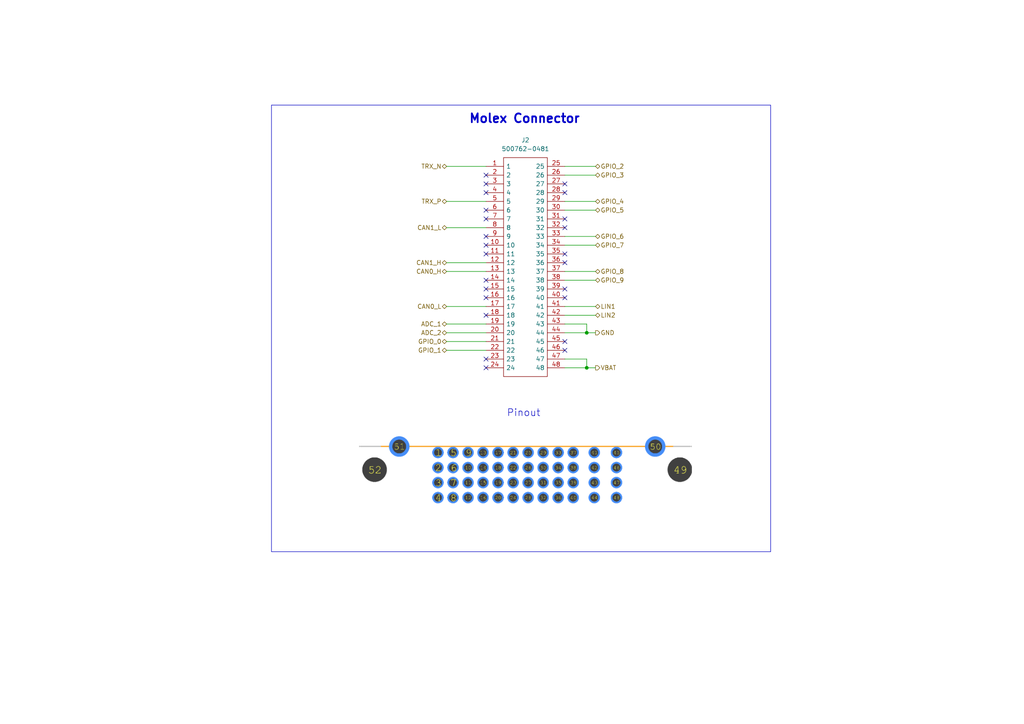
<source format=kicad_sch>
(kicad_sch
	(version 20231120)
	(generator "eeschema")
	(generator_version "8.0")
	(uuid "74f2b9e4-086a-4a28-bceb-5aa21f0f8fd7")
	(paper "A4")
	(title_block
		(title "Molex Connector")
		(date "2024-11-03")
	)
	(lib_symbols
		(symbol "SamacSys_Parts:500762-0481"
			(pin_names
				(offset 0.762)
			)
			(exclude_from_sim no)
			(in_bom yes)
			(on_board yes)
			(property "Reference" "J"
				(at 19.05 7.62 0)
				(effects
					(font
						(size 1.27 1.27)
					)
					(justify left)
				)
			)
			(property "Value" "500762-0481"
				(at 19.05 5.08 0)
				(effects
					(font
						(size 1.27 1.27)
					)
					(justify left)
				)
			)
			(property "Footprint" "500762-0481"
				(at 19.05 2.54 0)
				(effects
					(font
						(size 1.27 1.27)
					)
					(justify left)
					(hide yes)
				)
			)
			(property "Datasheet" "https://datasheet.datasheetarchive.com/originals/distributors/Datasheets_SAMA/7c53a4fb757944cf2c1fd37c9b3ea65a.pdf"
				(at 19.05 0 0)
				(effects
					(font
						(size 1.27 1.27)
					)
					(justify left)
					(hide yes)
				)
			)
			(property "Description" "CMC Header Right Angle 48 Circuits Molex 500762-0481, 48 Way 4 Row Black CMC Series Male Through Hole Header, Solder Termination"
				(at 0 0 0)
				(effects
					(font
						(size 1.27 1.27)
					)
					(hide yes)
				)
			)
			(property "Description_1" "CMC Header Right Angle 48 Circuits Molex 500762-0481, 48 Way 4 Row Black CMC Series Male Through Hole Header, Solder Termination"
				(at 19.05 -2.54 0)
				(effects
					(font
						(size 1.27 1.27)
					)
					(justify left)
					(hide yes)
				)
			)
			(property "Height" ""
				(at 19.05 -5.08 0)
				(effects
					(font
						(size 1.27 1.27)
					)
					(justify left)
					(hide yes)
				)
			)
			(property "Manufacturer_Name" "Molex"
				(at 19.05 -7.62 0)
				(effects
					(font
						(size 1.27 1.27)
					)
					(justify left)
					(hide yes)
				)
			)
			(property "Manufacturer_Part_Number" "500762-0481"
				(at 19.05 -10.16 0)
				(effects
					(font
						(size 1.27 1.27)
					)
					(justify left)
					(hide yes)
				)
			)
			(property "Mouser Part Number" "538-500762-0481"
				(at 19.05 -12.7 0)
				(effects
					(font
						(size 1.27 1.27)
					)
					(justify left)
					(hide yes)
				)
			)
			(property "Mouser Price/Stock" "https://www.mouser.co.uk/ProductDetail/Molex/500762-0481?qs=xbccQsLEe0dknz6%252B2aFPdA%3D%3D"
				(at 19.05 -15.24 0)
				(effects
					(font
						(size 1.27 1.27)
					)
					(justify left)
					(hide yes)
				)
			)
			(property "Arrow Part Number" ""
				(at 19.05 -17.78 0)
				(effects
					(font
						(size 1.27 1.27)
					)
					(justify left)
					(hide yes)
				)
			)
			(property "Arrow Price/Stock" ""
				(at 19.05 -20.32 0)
				(effects
					(font
						(size 1.27 1.27)
					)
					(justify left)
					(hide yes)
				)
			)
			(symbol "500762-0481_0_0"
				(pin passive line
					(at 0 0 0)
					(length 5.08)
					(name "1"
						(effects
							(font
								(size 1.27 1.27)
							)
						)
					)
					(number "1"
						(effects
							(font
								(size 1.27 1.27)
							)
						)
					)
				)
				(pin passive line
					(at 0 -22.86 0)
					(length 5.08)
					(name "10"
						(effects
							(font
								(size 1.27 1.27)
							)
						)
					)
					(number "10"
						(effects
							(font
								(size 1.27 1.27)
							)
						)
					)
				)
				(pin passive line
					(at 0 -25.4 0)
					(length 5.08)
					(name "11"
						(effects
							(font
								(size 1.27 1.27)
							)
						)
					)
					(number "11"
						(effects
							(font
								(size 1.27 1.27)
							)
						)
					)
				)
				(pin passive line
					(at 0 -27.94 0)
					(length 5.08)
					(name "12"
						(effects
							(font
								(size 1.27 1.27)
							)
						)
					)
					(number "12"
						(effects
							(font
								(size 1.27 1.27)
							)
						)
					)
				)
				(pin passive line
					(at 0 -30.48 0)
					(length 5.08)
					(name "13"
						(effects
							(font
								(size 1.27 1.27)
							)
						)
					)
					(number "13"
						(effects
							(font
								(size 1.27 1.27)
							)
						)
					)
				)
				(pin passive line
					(at 0 -33.02 0)
					(length 5.08)
					(name "14"
						(effects
							(font
								(size 1.27 1.27)
							)
						)
					)
					(number "14"
						(effects
							(font
								(size 1.27 1.27)
							)
						)
					)
				)
				(pin passive line
					(at 0 -35.56 0)
					(length 5.08)
					(name "15"
						(effects
							(font
								(size 1.27 1.27)
							)
						)
					)
					(number "15"
						(effects
							(font
								(size 1.27 1.27)
							)
						)
					)
				)
				(pin passive line
					(at 0 -38.1 0)
					(length 5.08)
					(name "16"
						(effects
							(font
								(size 1.27 1.27)
							)
						)
					)
					(number "16"
						(effects
							(font
								(size 1.27 1.27)
							)
						)
					)
				)
				(pin passive line
					(at 0 -40.64 0)
					(length 5.08)
					(name "17"
						(effects
							(font
								(size 1.27 1.27)
							)
						)
					)
					(number "17"
						(effects
							(font
								(size 1.27 1.27)
							)
						)
					)
				)
				(pin passive line
					(at 0 -43.18 0)
					(length 5.08)
					(name "18"
						(effects
							(font
								(size 1.27 1.27)
							)
						)
					)
					(number "18"
						(effects
							(font
								(size 1.27 1.27)
							)
						)
					)
				)
				(pin passive line
					(at 0 -45.72 0)
					(length 5.08)
					(name "19"
						(effects
							(font
								(size 1.27 1.27)
							)
						)
					)
					(number "19"
						(effects
							(font
								(size 1.27 1.27)
							)
						)
					)
				)
				(pin passive line
					(at 0 -2.54 0)
					(length 5.08)
					(name "2"
						(effects
							(font
								(size 1.27 1.27)
							)
						)
					)
					(number "2"
						(effects
							(font
								(size 1.27 1.27)
							)
						)
					)
				)
				(pin passive line
					(at 0 -48.26 0)
					(length 5.08)
					(name "20"
						(effects
							(font
								(size 1.27 1.27)
							)
						)
					)
					(number "20"
						(effects
							(font
								(size 1.27 1.27)
							)
						)
					)
				)
				(pin passive line
					(at 0 -50.8 0)
					(length 5.08)
					(name "21"
						(effects
							(font
								(size 1.27 1.27)
							)
						)
					)
					(number "21"
						(effects
							(font
								(size 1.27 1.27)
							)
						)
					)
				)
				(pin passive line
					(at 0 -53.34 0)
					(length 5.08)
					(name "22"
						(effects
							(font
								(size 1.27 1.27)
							)
						)
					)
					(number "22"
						(effects
							(font
								(size 1.27 1.27)
							)
						)
					)
				)
				(pin passive line
					(at 0 -55.88 0)
					(length 5.08)
					(name "23"
						(effects
							(font
								(size 1.27 1.27)
							)
						)
					)
					(number "23"
						(effects
							(font
								(size 1.27 1.27)
							)
						)
					)
				)
				(pin passive line
					(at 0 -58.42 0)
					(length 5.08)
					(name "24"
						(effects
							(font
								(size 1.27 1.27)
							)
						)
					)
					(number "24"
						(effects
							(font
								(size 1.27 1.27)
							)
						)
					)
				)
				(pin passive line
					(at 22.86 0 180)
					(length 5.08)
					(name "25"
						(effects
							(font
								(size 1.27 1.27)
							)
						)
					)
					(number "25"
						(effects
							(font
								(size 1.27 1.27)
							)
						)
					)
				)
				(pin passive line
					(at 22.86 -2.54 180)
					(length 5.08)
					(name "26"
						(effects
							(font
								(size 1.27 1.27)
							)
						)
					)
					(number "26"
						(effects
							(font
								(size 1.27 1.27)
							)
						)
					)
				)
				(pin passive line
					(at 22.86 -5.08 180)
					(length 5.08)
					(name "27"
						(effects
							(font
								(size 1.27 1.27)
							)
						)
					)
					(number "27"
						(effects
							(font
								(size 1.27 1.27)
							)
						)
					)
				)
				(pin passive line
					(at 22.86 -7.62 180)
					(length 5.08)
					(name "28"
						(effects
							(font
								(size 1.27 1.27)
							)
						)
					)
					(number "28"
						(effects
							(font
								(size 1.27 1.27)
							)
						)
					)
				)
				(pin passive line
					(at 22.86 -10.16 180)
					(length 5.08)
					(name "29"
						(effects
							(font
								(size 1.27 1.27)
							)
						)
					)
					(number "29"
						(effects
							(font
								(size 1.27 1.27)
							)
						)
					)
				)
				(pin passive line
					(at 0 -5.08 0)
					(length 5.08)
					(name "3"
						(effects
							(font
								(size 1.27 1.27)
							)
						)
					)
					(number "3"
						(effects
							(font
								(size 1.27 1.27)
							)
						)
					)
				)
				(pin passive line
					(at 22.86 -12.7 180)
					(length 5.08)
					(name "30"
						(effects
							(font
								(size 1.27 1.27)
							)
						)
					)
					(number "30"
						(effects
							(font
								(size 1.27 1.27)
							)
						)
					)
				)
				(pin passive line
					(at 22.86 -15.24 180)
					(length 5.08)
					(name "31"
						(effects
							(font
								(size 1.27 1.27)
							)
						)
					)
					(number "31"
						(effects
							(font
								(size 1.27 1.27)
							)
						)
					)
				)
				(pin passive line
					(at 22.86 -17.78 180)
					(length 5.08)
					(name "32"
						(effects
							(font
								(size 1.27 1.27)
							)
						)
					)
					(number "32"
						(effects
							(font
								(size 1.27 1.27)
							)
						)
					)
				)
				(pin passive line
					(at 22.86 -20.32 180)
					(length 5.08)
					(name "33"
						(effects
							(font
								(size 1.27 1.27)
							)
						)
					)
					(number "33"
						(effects
							(font
								(size 1.27 1.27)
							)
						)
					)
				)
				(pin passive line
					(at 22.86 -22.86 180)
					(length 5.08)
					(name "34"
						(effects
							(font
								(size 1.27 1.27)
							)
						)
					)
					(number "34"
						(effects
							(font
								(size 1.27 1.27)
							)
						)
					)
				)
				(pin passive line
					(at 22.86 -25.4 180)
					(length 5.08)
					(name "35"
						(effects
							(font
								(size 1.27 1.27)
							)
						)
					)
					(number "35"
						(effects
							(font
								(size 1.27 1.27)
							)
						)
					)
				)
				(pin passive line
					(at 22.86 -27.94 180)
					(length 5.08)
					(name "36"
						(effects
							(font
								(size 1.27 1.27)
							)
						)
					)
					(number "36"
						(effects
							(font
								(size 1.27 1.27)
							)
						)
					)
				)
				(pin passive line
					(at 22.86 -30.48 180)
					(length 5.08)
					(name "37"
						(effects
							(font
								(size 1.27 1.27)
							)
						)
					)
					(number "37"
						(effects
							(font
								(size 1.27 1.27)
							)
						)
					)
				)
				(pin passive line
					(at 22.86 -33.02 180)
					(length 5.08)
					(name "38"
						(effects
							(font
								(size 1.27 1.27)
							)
						)
					)
					(number "38"
						(effects
							(font
								(size 1.27 1.27)
							)
						)
					)
				)
				(pin passive line
					(at 22.86 -35.56 180)
					(length 5.08)
					(name "39"
						(effects
							(font
								(size 1.27 1.27)
							)
						)
					)
					(number "39"
						(effects
							(font
								(size 1.27 1.27)
							)
						)
					)
				)
				(pin passive line
					(at 0 -7.62 0)
					(length 5.08)
					(name "4"
						(effects
							(font
								(size 1.27 1.27)
							)
						)
					)
					(number "4"
						(effects
							(font
								(size 1.27 1.27)
							)
						)
					)
				)
				(pin passive line
					(at 22.86 -38.1 180)
					(length 5.08)
					(name "40"
						(effects
							(font
								(size 1.27 1.27)
							)
						)
					)
					(number "40"
						(effects
							(font
								(size 1.27 1.27)
							)
						)
					)
				)
				(pin passive line
					(at 22.86 -40.64 180)
					(length 5.08)
					(name "41"
						(effects
							(font
								(size 1.27 1.27)
							)
						)
					)
					(number "41"
						(effects
							(font
								(size 1.27 1.27)
							)
						)
					)
				)
				(pin passive line
					(at 22.86 -43.18 180)
					(length 5.08)
					(name "42"
						(effects
							(font
								(size 1.27 1.27)
							)
						)
					)
					(number "42"
						(effects
							(font
								(size 1.27 1.27)
							)
						)
					)
				)
				(pin passive line
					(at 22.86 -45.72 180)
					(length 5.08)
					(name "43"
						(effects
							(font
								(size 1.27 1.27)
							)
						)
					)
					(number "43"
						(effects
							(font
								(size 1.27 1.27)
							)
						)
					)
				)
				(pin passive line
					(at 22.86 -48.26 180)
					(length 5.08)
					(name "44"
						(effects
							(font
								(size 1.27 1.27)
							)
						)
					)
					(number "44"
						(effects
							(font
								(size 1.27 1.27)
							)
						)
					)
				)
				(pin passive line
					(at 22.86 -50.8 180)
					(length 5.08)
					(name "45"
						(effects
							(font
								(size 1.27 1.27)
							)
						)
					)
					(number "45"
						(effects
							(font
								(size 1.27 1.27)
							)
						)
					)
				)
				(pin passive line
					(at 22.86 -53.34 180)
					(length 5.08)
					(name "46"
						(effects
							(font
								(size 1.27 1.27)
							)
						)
					)
					(number "46"
						(effects
							(font
								(size 1.27 1.27)
							)
						)
					)
				)
				(pin passive line
					(at 22.86 -55.88 180)
					(length 5.08)
					(name "47"
						(effects
							(font
								(size 1.27 1.27)
							)
						)
					)
					(number "47"
						(effects
							(font
								(size 1.27 1.27)
							)
						)
					)
				)
				(pin passive line
					(at 22.86 -58.42 180)
					(length 5.08)
					(name "48"
						(effects
							(font
								(size 1.27 1.27)
							)
						)
					)
					(number "48"
						(effects
							(font
								(size 1.27 1.27)
							)
						)
					)
				)
				(pin passive line
					(at 0 -10.16 0)
					(length 5.08)
					(name "5"
						(effects
							(font
								(size 1.27 1.27)
							)
						)
					)
					(number "5"
						(effects
							(font
								(size 1.27 1.27)
							)
						)
					)
				)
				(pin passive line
					(at 0 -12.7 0)
					(length 5.08)
					(name "6"
						(effects
							(font
								(size 1.27 1.27)
							)
						)
					)
					(number "6"
						(effects
							(font
								(size 1.27 1.27)
							)
						)
					)
				)
				(pin passive line
					(at 0 -15.24 0)
					(length 5.08)
					(name "7"
						(effects
							(font
								(size 1.27 1.27)
							)
						)
					)
					(number "7"
						(effects
							(font
								(size 1.27 1.27)
							)
						)
					)
				)
				(pin passive line
					(at 0 -17.78 0)
					(length 5.08)
					(name "8"
						(effects
							(font
								(size 1.27 1.27)
							)
						)
					)
					(number "8"
						(effects
							(font
								(size 1.27 1.27)
							)
						)
					)
				)
				(pin passive line
					(at 0 -20.32 0)
					(length 5.08)
					(name "9"
						(effects
							(font
								(size 1.27 1.27)
							)
						)
					)
					(number "9"
						(effects
							(font
								(size 1.27 1.27)
							)
						)
					)
				)
			)
			(symbol "500762-0481_0_1"
				(polyline
					(pts
						(xy 5.08 2.54) (xy 17.78 2.54) (xy 17.78 -60.96) (xy 5.08 -60.96) (xy 5.08 2.54)
					)
					(stroke
						(width 0.1524)
						(type solid)
					)
					(fill
						(type none)
					)
				)
			)
		)
	)
	(junction
		(at 170.18 106.68)
		(diameter 0)
		(color 0 0 0 0)
		(uuid "97021332-9569-472a-b6f6-8f570b7171bb")
	)
	(junction
		(at 170.18 96.52)
		(diameter 0)
		(color 0 0 0 0)
		(uuid "db55caab-305f-4fb5-a5b0-6b0d3c396466")
	)
	(no_connect
		(at 163.83 53.34)
		(uuid "16df2c8d-4ade-464a-902f-889e0b44f825")
	)
	(no_connect
		(at 140.97 53.34)
		(uuid "27019131-d02c-4975-846f-8882736604c6")
	)
	(no_connect
		(at 140.97 55.88)
		(uuid "301a1ff9-58f7-4cac-8559-28921b400b0c")
	)
	(no_connect
		(at 163.83 55.88)
		(uuid "32772bf6-5efa-45dd-87f2-1f114dc46e0b")
	)
	(no_connect
		(at 163.83 76.2)
		(uuid "3d24569d-5666-43bb-bbbd-36d0d02807bd")
	)
	(no_connect
		(at 140.97 106.68)
		(uuid "4dff5de2-8692-4b21-9385-1267938bc34b")
	)
	(no_connect
		(at 140.97 63.5)
		(uuid "5184a1a7-87e2-4b80-8309-54c313a590f0")
	)
	(no_connect
		(at 163.83 73.66)
		(uuid "5d1cc83f-bc1e-42cd-8e4d-1628be406f12")
	)
	(no_connect
		(at 140.97 71.12)
		(uuid "618cf531-acab-4edd-b259-a60b6e09d736")
	)
	(no_connect
		(at 163.83 83.82)
		(uuid "64c9064e-a965-46b7-a06b-ec20ad45ee6a")
	)
	(no_connect
		(at 140.97 60.96)
		(uuid "6d352afe-2eb1-4e0e-a56f-66b1743fcad9")
	)
	(no_connect
		(at 163.83 66.04)
		(uuid "77dab078-886c-44cf-ad00-e21e90a827d5")
	)
	(no_connect
		(at 140.97 104.14)
		(uuid "7d93d013-dff3-4d4b-858b-1bf2ae3338a2")
	)
	(no_connect
		(at 140.97 91.44)
		(uuid "88c5c4a0-c38f-4571-b7f0-712a6ae165fd")
	)
	(no_connect
		(at 163.83 63.5)
		(uuid "90fa062c-5366-48fe-8a92-8648bdcd86db")
	)
	(no_connect
		(at 140.97 86.36)
		(uuid "943c527a-d58c-4b80-9df6-445ef32b63b5")
	)
	(no_connect
		(at 140.97 73.66)
		(uuid "9bded590-4f6c-4260-9691-acea13ef3139")
	)
	(no_connect
		(at 140.97 50.8)
		(uuid "9f04a67a-a95d-4d99-b5f7-4408c8389152")
	)
	(no_connect
		(at 163.83 99.06)
		(uuid "b759d2a8-0d42-4602-8e73-734b6cafda98")
	)
	(no_connect
		(at 163.83 101.6)
		(uuid "c26f247b-6435-49ae-8452-8cbfc026cb12")
	)
	(no_connect
		(at 140.97 68.58)
		(uuid "ca33d952-ce0d-47cc-bb5a-410fedf867cc")
	)
	(no_connect
		(at 163.83 86.36)
		(uuid "ceb7d361-5ba1-41d7-bbe5-15bff5b591db")
	)
	(no_connect
		(at 140.97 81.28)
		(uuid "f98da3cf-15ba-48e9-9b36-d91f75d0c520")
	)
	(no_connect
		(at 140.97 83.82)
		(uuid "ffe6b530-89d0-4ca2-a6e4-ce25fd72b0fe")
	)
	(wire
		(pts
			(xy 170.18 96.52) (xy 172.72 96.52)
		)
		(stroke
			(width 0)
			(type default)
		)
		(uuid "01000aa8-82f2-4319-bc44-ef837808046c")
	)
	(wire
		(pts
			(xy 129.54 66.04) (xy 140.97 66.04)
		)
		(stroke
			(width 0)
			(type default)
		)
		(uuid "04b33045-afa5-4e9a-8806-9b61396bd97e")
	)
	(wire
		(pts
			(xy 163.83 91.44) (xy 172.72 91.44)
		)
		(stroke
			(width 0)
			(type default)
		)
		(uuid "0959169e-662c-47b9-9459-a2066c2f5be2")
	)
	(wire
		(pts
			(xy 129.54 96.52) (xy 140.97 96.52)
		)
		(stroke
			(width 0)
			(type default)
		)
		(uuid "11f00650-d58a-4bb3-a4c3-f49cd1aef2e2")
	)
	(wire
		(pts
			(xy 163.83 60.96) (xy 172.72 60.96)
		)
		(stroke
			(width 0)
			(type default)
		)
		(uuid "1c0bee51-3dec-4296-a2a7-a84132e199b6")
	)
	(wire
		(pts
			(xy 170.18 106.68) (xy 172.72 106.68)
		)
		(stroke
			(width 0)
			(type default)
		)
		(uuid "242183ca-dcea-45f5-b966-e09e9f0476ed")
	)
	(wire
		(pts
			(xy 129.54 76.2) (xy 140.97 76.2)
		)
		(stroke
			(width 0)
			(type default)
		)
		(uuid "29eb744c-08ce-4da9-ae94-a97915bc8c43")
	)
	(wire
		(pts
			(xy 129.54 99.06) (xy 140.97 99.06)
		)
		(stroke
			(width 0)
			(type default)
		)
		(uuid "2fa2c060-93f4-4742-a62e-7045b2c72a5d")
	)
	(wire
		(pts
			(xy 163.83 81.28) (xy 172.72 81.28)
		)
		(stroke
			(width 0)
			(type default)
		)
		(uuid "3497ec78-5f31-4a1d-a973-33c6931c71e2")
	)
	(wire
		(pts
			(xy 163.83 78.74) (xy 172.72 78.74)
		)
		(stroke
			(width 0)
			(type default)
		)
		(uuid "418c3b04-d4b7-45b1-981a-65e41683ddad")
	)
	(wire
		(pts
			(xy 129.54 101.6) (xy 140.97 101.6)
		)
		(stroke
			(width 0)
			(type default)
		)
		(uuid "4f8e686d-197c-4317-944d-e10acd1cfcdd")
	)
	(wire
		(pts
			(xy 163.83 68.58) (xy 172.72 68.58)
		)
		(stroke
			(width 0)
			(type default)
		)
		(uuid "65df292b-eb8f-4a26-a417-08c4fcd071f8")
	)
	(wire
		(pts
			(xy 163.83 96.52) (xy 170.18 96.52)
		)
		(stroke
			(width 0)
			(type default)
		)
		(uuid "6fd908ba-081b-4bc0-8474-e7070d969ac6")
	)
	(wire
		(pts
			(xy 163.83 93.98) (xy 170.18 93.98)
		)
		(stroke
			(width 0)
			(type default)
		)
		(uuid "70578710-cb5b-44d2-88ec-cc83deccdd03")
	)
	(wire
		(pts
			(xy 129.54 48.26) (xy 140.97 48.26)
		)
		(stroke
			(width 0)
			(type default)
		)
		(uuid "7381dfae-90a0-466b-b6b1-909b9626b187")
	)
	(wire
		(pts
			(xy 163.83 106.68) (xy 170.18 106.68)
		)
		(stroke
			(width 0)
			(type default)
		)
		(uuid "8b1cfd7f-8a47-48c3-90c0-b9358d914688")
	)
	(wire
		(pts
			(xy 129.54 78.74) (xy 140.97 78.74)
		)
		(stroke
			(width 0)
			(type default)
		)
		(uuid "8f46d71d-7937-463c-b55b-0f831e425507")
	)
	(wire
		(pts
			(xy 129.54 93.98) (xy 140.97 93.98)
		)
		(stroke
			(width 0)
			(type default)
		)
		(uuid "9555cfc2-109c-41ad-a9be-f2035a304ea0")
	)
	(wire
		(pts
			(xy 129.54 88.9) (xy 140.97 88.9)
		)
		(stroke
			(width 0)
			(type default)
		)
		(uuid "a2c44ba5-d7e2-45c2-ba4f-c5966fbce769")
	)
	(wire
		(pts
			(xy 163.83 48.26) (xy 172.72 48.26)
		)
		(stroke
			(width 0)
			(type default)
		)
		(uuid "cb293849-4502-4d68-a467-90a5e027a3e8")
	)
	(wire
		(pts
			(xy 163.83 88.9) (xy 172.72 88.9)
		)
		(stroke
			(width 0)
			(type default)
		)
		(uuid "cc9a6332-6cc5-444e-a0e8-c93798e91259")
	)
	(wire
		(pts
			(xy 163.83 71.12) (xy 172.72 71.12)
		)
		(stroke
			(width 0)
			(type default)
		)
		(uuid "cd0b779c-fb37-434c-aa8c-6adcb7c5dd94")
	)
	(wire
		(pts
			(xy 163.83 58.42) (xy 172.72 58.42)
		)
		(stroke
			(width 0)
			(type default)
		)
		(uuid "cf9716d3-1c4d-42c3-bd05-ed591aaea70e")
	)
	(wire
		(pts
			(xy 163.83 50.8) (xy 172.72 50.8)
		)
		(stroke
			(width 0)
			(type default)
		)
		(uuid "d426daa5-6c83-4c24-a6b4-e16986c852dc")
	)
	(wire
		(pts
			(xy 129.54 58.42) (xy 140.97 58.42)
		)
		(stroke
			(width 0)
			(type default)
		)
		(uuid "dadea370-4ed8-48cb-a6ab-c01011967e81")
	)
	(wire
		(pts
			(xy 170.18 104.14) (xy 170.18 106.68)
		)
		(stroke
			(width 0)
			(type default)
		)
		(uuid "e1939edf-b371-4a30-b913-f82bd794bdaf")
	)
	(wire
		(pts
			(xy 170.18 93.98) (xy 170.18 96.52)
		)
		(stroke
			(width 0)
			(type default)
		)
		(uuid "f2045cde-b3c9-46ba-be59-8113c11a8d07")
	)
	(wire
		(pts
			(xy 163.83 104.14) (xy 170.18 104.14)
		)
		(stroke
			(width 0)
			(type default)
		)
		(uuid "fa38daac-c9a2-4dab-b673-3824e388dfc8")
	)
	(rectangle
		(start 78.74 30.48)
		(end 223.52 160.02)
		(stroke
			(width 0)
			(type default)
		)
		(fill
			(type none)
		)
		(uuid 23aca970-24c1-4d6f-8516-3624ddbeafa5)
	)
	(image
		(at 152.4 137.16)
		(scale 0.46999)
		(uuid "d01d051b-e6ce-4d94-ac85-2d61160a6284")
		(data "iVBORw0KGgoAAAANSUhEUgAAAvgAAADwCAYAAAB17hCnAAAAAXNSR0IArs4c6QAAAARnQU1BAACx"
			"jwv8YQUAAAAJcEhZcwAADsMAAA7DAcdvqGQAAL35SURBVHhe7J13mBPFG8e/25LrnV6O3pGOIqj0"
			"IkWKdJCidCmCIGJDUUEsP0GKgFTpoChIUZAmvYjSe68HXK/Jlt8fuctlZzfJJpejnPN5Hh8v7y53"
			"m52Z3e/MvIVRFEUBhUKhUCgUCoVCyROwpIFCoVAoFAqFQqE8vVCBT6FQKBQKhUKh5CGowKdQKBQK"
			"hUKhUPIQVOBTKBQKhUKhUCh5CCrwKRQKhUKhUCiUPAQV+BQKhUKhUCgUSh6CCnwKhUKhUCgUCiUP"
			"QQU+hUKhUCgUCoWSh6ACn0KhUCgUCoVCyUNQgU+hUCgUCoVCoeQhqMCnUCgUCoVCoVDyEFTgUygU"
			"CoVCoVAoeQgq8CkUCoVCoVAolDwEFfgUCoVCoVAoFEoeggp8CoVCoVAoFAolD0EFPoVCoVAoFAqF"
			"koegAp9CoVAoFAqFQslDUIFPoVAoFAqFQqHkIajAp1AoFAqFQqFQ8hBU4FMoFAqFQqFQKHkIKvAp"
			"FAqFQqFQKJQ8BBX4FAqFQqFQKBRKHoIKfAqFQqFQKBQKJQ9BBT6FQqFQKBQKhZKHoAKfQqFQKBQK"
			"hULJQ1CBT6FQKBQKhUKh5CGowKdQKBQKhUKhUPIQVOBTKBQKhUKhUCh5CCrwKRQKhUKhUCiUPAQV"
			"+BQKhUKhUCgUSh6CCnwKhUKhUCgUCiUPQQU+hUKhUCgUCoWSh6ACn0KhUCgUCoVCyUNQgU+hUCgU"
			"CoVCoeQhqMCnUCgUCoVCoVDyEIyiKApppPiGxHTgn+syDlyWyUMAgIblWdQtSedYFAqFQqFQ/luk"
			"WYEZ20XoqdBqxRg8W4pDmD95hGIUKvB9zKK9Ii7fV3Dwir6o1yMikEGDsizql2FRvRgV/BQKhUKh"
			"UPIWx2/K+OuCjL0XZTxMNi49axRnUSyCwYAXeJh48ijFGVTg+4B/rstYeUjCsRvGRb0r+jfg0aoK"
			"ixB/hjxEoVAoFAqF8tSw6biEWTtFWCXyiOdUK8aic20OdUrQxVB3UIGfA27FKZi8WcSFe74R9iRD"
			"GvJoX4MjzRQKhUKhUChPNGfvyBi50kqafUJ0JIP32wgoHkEXQp1BBb6XLD0g4sf9PpiOuiFfMIMf"
			"+pjgJ5BHKBQKhUKhUJ4sRBkYt8aKU7dzZ/HTkQIhDBb3N4GhOl8DFfgeIitAv4UW3E14dLeNZYBF"
			"/U0oEEJ7MIVCoVAolCeT2BQFA5dYkZT+6DRS/mAG/+smICqIaiRHqMD3gFvxCr7+XXwks1I9hjTi"
			"0b46ddmhUCgUCoXyZHHhnoI3l1tI8yMhKojBW8141Ka++XaowDfIjVgFH/xqxZ34x3u7+tXn0a0u"
			"FfkUCoVCoVCeDE7ekjFmde7423vCJ68IeLYUFfmgAt8Ykgy8+7MV/3qSJceaDPn+34CYCvHEbEDK"
			"UB1mizQEW+h5MP75wIRXVB1zx/+6CqhUmHZgCoVCoVAojxdvgmmV+PNQUu9Cvrsf8s2dABykKCuA"
			"LVQfbKHnwUZVA0yhjv/ULQv7mVA4jLrrUIFvgFErrThzx5i4V1LvQTo1F/KdveQhlwiN54EJKkaa"
			"nbK4vwkFQ2kHplAoFAqF8nhIsQCvzsqAbFBJKsk3Yd05GJBF8pBTmOBo8HU/AhNYmDykS+l8DGb1"
			"MpHm/xxU4Lth+UERi/cZy5Zj2fwqYE1Rz0Q9geVharESEILIIxrCAhisGGgCSzU+hUKhUCiUx8CQ"
			"pRZcvm9A8ygSLFt7A+mx5BHjcGaYWv9KWnUJ9WewevB/W+RTPw8XJKYrWHrAvbhXUu/CumMgYE32"
			"XtwDgCzCsvlVSJfWkkc0xKcqGP6YglkoFAqFQqH8txm7xpi4VxKvwLKhdc7EPQBIGbBs6WJzf3ZD"
			"YrqCBx5Uy82LUIHvgtErrZDceObIdw/Auq0vlKTr5CGvkU79AOuet0mzhosxCq7H/rc7MIVCoVAo"
			"lEfLg2QFx2+61x/ShVWw7hxCmr3Hkghx/wS3btCKAvScZzHsOpQXoQLfCRdiFNyIc90zlOQbEA9N"
			"JM0+QYk9CfHI56RZw3d/Gvdjo1AoFAqFQskpv/7j3rtBurYF0pmFpNkniIcnQb67nzRrOHDJzSpt"
			"HoYKfCfM3eVeOIv//I80+RT59m4o8edIs4rjN2XDAcAUCoVCoVAoOSEuVcHqw64FvpJwEdK/35Jm"
			"nyIdnwEorq/j4w2eZffJS1CBr0NSuk04u8K6fQCU2NOk2edY/3qLNGk4e9f1TgOFQqFQKBSKLzh2"
			"3b3mEA9/Spp8jpL+ENY/+5NmDUevudZzeRUq8HXYetr1jBCKBCXlFmnNHRQZ1q2vkVYVc3a6322g"
			"UCgUCoVCySmzd7peFbfuHgkl9S5pzhWU1BhATCPNKk7ddj8hyYvQNJk6vDbfgnuJzm+L9a+3oMSd"
			"UdmiozkMH66f3vLTT5MQH68/g2QYYOjQQJQvz2PEiATysA2GhdDsRzB+keQRO28149GyCq1wS6FQ"
			"KBQKJfdo8T914U5HFEsirH/00OS5/+or58Wqxo1LgKwvkVCtmoB+/QIQHs4iNlbGokWp+Pdf7QTD"
			"1G4LaVLx+1tm0pTnoSv4OrgS90pajEbcA0BgIINVq9KwZEmq5r/kZP2e+8MPYZg/Pwz37sk4flzb"
			"Ye0oMqTzK0iriqsPnF8zhUKhUCgUSk5ZtNeNx4Bk0Yh7AKhZU8CJE1YcOGBR/bd/v8WpuK9b14SJ"
			"E4Oxbl0a+vePw9Klqfjgg2DUri2Qp0JJvEKaVKT+B7OK0xV8gsv3FQxZ6rwnKPEXYN09nDSjUiUe"
			"V65ISEvz7na++KIJu3c7/7twM0NtWonD2BY8aaZQKBQKhULxCfP/ErH6iHM3ZsvG9oCUTprx559R"
			"6No1Fg8eOFHzOsyfH4a5c1Nx8KBaG23dGoUWLR6oJgZ8vclg89VwPE1Fw/Is3n1ZOzHIy9AVfIJ1"
			"x5x3XACQHx4nTY8OawppsbPzrOvrplAoFAqFQskJcamkhUBH3HtLZCSrEfcAsGdPBjp39lfZxP3v"
			"qj5TqMD3GOnUPNKkgeMAnrf51/sS+cG/pMmOaHxSTKFQKBQKheIxO885X0yU7x8jTbowjHt91KiR"
			"CV9+mUyaAQDx8TICA938AgqYQ4cOeedT8gRRIvFnhKefJM1e8b+7w7AtsRFptmNZ35I0AZkuOo0a"
			"mVGvngmRkSxMJgaxsTJ++y0dixe7m/Iac9Hh63wIttDzpNnOxnKvkiYKhUKhUCgUn9D6/FrSZEeO"
			"OQzxwAekGch00fn993RUqSIgIICBLAP378sYPjxe1wd/zpwwzJ2bgqNHtfGJAQEM+vQJwOzZaq8G"
			"08vrAF69sp9F3cC/8VER98VD3SExfjiR720oT8H6OLNr166nXuADQI17H8FPfECaPebbhI+wLa0t"
			"abbjTOAXKMCicmUBFy6IuHHDNsMtUoTDt9+GYvXqNKxZ4zqNky8E/m8Fa5MmCoVCoVAoFJ/Q5u4R"
			"0mRHvncY4kF9gb9+fQRmz07F1asiLl4UERTE4sUXTRg+PAg9esQiJkat8hcsCMPMmfoCH7BlH5w1"
			"ixD4rX4ChECVLYs65j34KHwUafaYg4W/hcw8Hb78eULgs4oFte6+D1527qNuFG8FvjPMZgY//xyB"
			"Dh1iYbE4v9VU4HtHohyGLWkdICnaFKH1/HaiBH+RNOca/1rq4rTlGdIME2NB+8Bl4OB8a9OXXLRW"
			"xJGM+iB7G8dI6BiwFDyj/8D0NRI4rEvpBauifRhWNv2LZ0yHSXOuoIDBrvQWuCMWJQ+hgnASNcwH"
			"SHOucV0sjb3p+juELQPWIZx9SJpzhQQ5DLvSWyJF1qb2be7/KyK5+6Q519iZ1gp3pCKkGQW522jk"
			"v4k05xqXreVwMONF0ox83D009d9AmnONeDkCm1M7kmYAwPN+OxH9CJ9p3pChmPFHWnsky8HkIbQO"
			"WIsQNp40P7FcE0tj3xMwXp8kvBX4zuje3R+RkSxmzFDrtydV4F8J64K7gS+R5icSmkWH4Os/RPxx"
			"yrkQ81TgA8CqVRGYOjXJaUeFjwT+fynP68lbMlYeknD4qs7eHsGY5jwalOUQYCKP5JzYFAVbT8tY"
			"sEebFoyke10ezSqzKBKWO76D+y7J+Hi98z6WRfmCDAa8yKNqkdzZYjx3V8HSAyIOXXHfNu+05PFC"
			"OQ6Cdn6WY2ISFey+IGPebvdt074Gh7bVOBQN933bpFuBfRclTP1dhLunbfmCLPrV51CjeO60zb5L"
			"MqZutiLNTTcJNAPvtBRQtyTr1lfWG27FK/j1Hwm/uklqAACvN+DRtBKLiFzyuTU6bopHMBjWmEf1"
			"YrnTNkevyZi9U8SNWDedBMD4VgLql2FheoISpxm9jyYOeK+NgOdK5c59zClpmeP1yy2iZpGEpFgE"
			"gyENedSKfjK/S27Q6tsMyE5ujHz/mFfBrtu3R6FxY7UHxvz5YZg1S1/gCwLwxhuBWhcdF5kG65Vm"
			"MbGddrEpL0MFPoFbgb/xFUByXuRBj1WrIvDVV0k4fFjbUbMwJPCf+wxs/lqkGQDAANjyHxD4yRlA"
			"/4UZSHDt8aTLhNYCXirnmwexrAAb/5UwY4d78UjSsDyLt5oJ8PPRs+ZeooI3Fltg8fBSSkQx+LS9"
			"gHzBvhFOcakKJm0Qceq2e2FPsvh1EwqEMPDFlVglYOkBESsPOR/Hzuhbn0eX2hw433QTnLotY/Qq"
			"5+PeGTwLrBxkRrAfecQ7EtIUjFtr9apexvTuJpQv6IuWATJE4NdjEuYbmBCTvNOKxwtlfTMZVBRb"
			"24xZ7XnbNCzPYngTAUE+etw+TFbQZ4EFVs+7K5YPNCEylyY+RolPVfDJBqvH1UIDTMC07iYUj3i8"
			"1+9ITJKC3j+4fg/rIXDAioG+G69PMl3nZCDeRVihN4ugW7dGoVkztcB/7TV/nDsn6WbRefllPxQu"
			"zOKHH9QX4krg0zSZFLcIdTzbfkJmxPitW148vQnYfDVJkx3eBy+9J52YRAVd53gn7gHg841WfPCL"
			"5y90PdrPzPBK3APAznMyBv2ofWh5w4Z/JfSZ77m4R2ZxtN7zLXiQ4tmL2Rk951m8EvcA0He+Bd9t"
			"8+JL6DB8ucUrcY/MIi4dZmYg3Qfd5LONVozxQtwjMytWtzkZOHvHu/vpyD/XZXSfa/FK3APAiBUW"
			"LD3gm7Z5dVaGV+IeAL7YLGKoixolnjBtm+iVuEfm+O36fQaueHk/HTlwWUbv+d6JewDoNc+CmV4+"
			"h3zBvosyesyzeCzukVl4aMBiC5Yd8PLL+5hPf7Oiz3zv+pdVso3XA5dzPl6fdJpX8r3Y4HV2opYs"
			"ScOECVoXQgCoXVvQBOYyLvTRfxVu4sSJE0njf5m6JVksP+jigWNNgXxts8pUq5YASQJSdIRSVBSL"
			"Hj38MXu2iykvgOhoDteuufi7vD+4ct1Iq51XqnOoXSLvzte2n5Xw9hqrZlBnId89AOnkbEhXNkBJ"
			"vuF0p+NWvIKzdxU0rsh5vVo8YIkFsfrZuwAA4t9fQLq41lZZTwgA45+fPAXJGcDygxJaVeEQYPLu"
			"SsattWLDv877jHxnP8R/voZ8fQuYwMJgAgqQpwAAfj4qoW5JFlFB3l1HTJKCTrMtzrdtH56EdHwa"
			"pCsbwAhBYIKLk6cAAC7EKPjrgoy21bx7gaRkAD3mZeBeInnEhpJyG9KFFZDO/Qjlzh6wRRrq5mqT"
			"ZJuIa16J89oF4pMNVuy54KSzApAur4N0cg7kWzvBcH6690RWgC0nZUQGMShbwLuxveaIhG/+ECE5"
			"uRQl9jTEI59Bvm5b+WLDypCnAACO31SQIQI1c+CK0HWOBSlO9JOSdh/yuR8hnVsKKCIYcxgYHV/a"
			"hDTgt+MyOtf2ro8AwLs/W/GXs7aRMiDd3A7p+HeQr28BG1UNjEnrSy4rtmdS3ZIcwr1cQf/9lITJ"
			"m5y7bcm3dkM8OQvy1Y1Ox42S6RJ36b6ChuW9vyfesOmEhK+3uuhb8RcgHp5ke/44uX4A+PemDFFm"
			"cs0tzQgfr7di70XZqUuOfGsXxH+/dTted56TkS+YQZn8j++75DbHrssuJ3RMWFnIt3aqbEOHBjr1"
			"YPjqqxDMm5eCq1e177Jmzcw4dsyKxET13xszJhgff5wEq8OvFGqMAROgfddmMaoZ77Pd6qcF6qKj"
			"Q4v/uXDBUWRYNrysMhUowGLRonBs356BuXNTkJCggGWBPn0C0K2bPzp0iEVqqvY2V6nCg+dtHe6Z"
			"ZwQcP57dW1NSFFy4kL0yIzRZACawsP0zSefaHN54wUs18hTQZ74Fd4lBrqTcgXRmIeTbu1V2O0IQ"
			"2MIvgK82kjyCJhU5jGvp+f16a5UVp3VWqcUTsyFf2wTIOg8xVgBbtDH4ygM1AUDRkQxm9DB5LCSP"
			"XpMx4Wft35Lv7IV06WcosafIQwAAtkgjcGW7ggkpQR7CtG4CKhTy7MV0MUbBsGVa1aak3oV0bink"
			"G39myhA1TGhpcKU6gC3WlDyEAS/yeLWW52LlnbVW/HODaBvJAvHkbMg3dzgtwMJGt9LtIxUKMpjW"
			"3fPADWduftKldZCvbYKSfIM8BABgCzUAV7EPmKBiKnugGfiyswml83n+cuowM0NTol1Ji4F06gen"
			"44YJKwuueCuwJdTPOQAY9BKPjjU9b5tucyyI03kGSqd/gHRtC2DVmTH7RYKLbgmufG/yCMoVZPFd"
			"d8+321cckrBor3bFW7qy3tY2iVfJQ4CLPhJkBtYMMYP1sGk2Hpcw/U/tdchx5yCfXw753kHyEACA"
			"iaoOvnwPMJHqYH6GAfo8z6N7Xc/bxhviUxX0mGfRintLAsRT8yDf2EYcsMFEVQNXsi3YQg3IQxjX"
			"kkeTio/m+h1xNl7l+0chnV8J5eEJ8hBgH699wQSpg/cZBhjVlEfLKo/+uzwKLtxT8OZy7TM/CyX9"
			"Iax/9FTZBgwIQO3aJkyfnoxTp2z9nmWBd94JRpMmJrRvH4vkZO3zoX59E3r2DMDYsQlISVHAMMA3"
			"34Ti1Cmrxj1HaLECjDlcZXPkvxSjmAUV+DosOyBhyX7twzcL+fofEP/5RmXjeWDgwEBUqcKjbFkB"
			"yckydu60YNo0nRdXJiNGaFeoHJk+PTOAhBVgarUG4Jw7+OXlzjt8uQXn76m7qXxnD8QjnwOK7Q0T"
			"EsKgUSMz6tQxoUQJDr16xdnPZfPVBFdrPBhTiMNvAD7vKHgUHDVnl4if/1a/CJS0BxAPvAcl6RoK"
			"FGAxeLDzNp07NxUPys8AE1JSZW9VlcOopsYV/vm7Coav0D5gxSOfQb79l8rWpIkZr7zih/LleWzb"
			"loEtWzJw4oQVfJXBYEu1V50LABtHmD1y9+oxz4KHxINZvv0XxCOfqWzOYPPVBF9Pm5t4amcB1Yoa"
			"b5tFe0WsINxylKTrsO57B8jI7gvOYAKLgK81HkxYWZX9xXIs3mttXEhefaBo3a8kC8Tj052KHhK+"
			"1rtgi6izNJSMYvB9b+OTjVSLTdyTSBdWQTq72D5uXMFFtwT3zAiAUbfDqkEmhAUYV7RTNovYQVTa"
			"VtIfwrp9ACC63tkEAAiBMDVfAXDq7z+8CY82zxjvrCduynh7DTkpVmDd/z6U+0cJuw4MB77aSLDF"
			"m5NHPB43fRZYcDdBPW6ka5sh/TtNZXMGV7YruIr9SDOWDzAh0sudOKMkpSt4dbb2+SOdW2rbgTEA"
			"V7ItuKrDSDOWvmF6pKus95MU9CJ97hUF0pkFkC6uUdudwNeeALawOvtSqXwMZvcyPl6fNlwuggKw"
			"bOkKWBJUtmefFdC+vT/q1jWBZQGLRcH69emYPTvF6c48ALRs6YdBgwIQFsZCUYCNG9Px9ddqXcUW"
			"awq+xtsqmyOl8zGYlYfbwxlU4Ouw46yMKZvJF4EDigzL7901HTi34KuPBFu8FWm2UzyCwbw+ebPz"
			"6q0QK7GnYN0zBsgsZb1oURhkmcGVKyJWrEjF8OFBKoEPAEzUMxDqfAgIap++LaPMel4aurSelqGu"
			"GGxJhPWvUVBSbgMASpXiMX9+GBo1cl2PQWg8H0yQOi3ggr4mFDGYwWXKZit2nFU/Ea373oFCVDqe"
			"NCkEJUpw+PDDRFy5IqFSJR6ffx6K+fNTsGFDOriKfcGVVbt9darFYeCLxiYbP/8tYc4u9URYvrMP"
			"4uFPVDZ3MBGVIDRQT5hrFmcxuZMxYR2XqqDbHKKPpNyB9U+tAHKJEAzhxWmanbINw82Gd1j6LbTg"
			"drzDI1W2QDw+A/L1PxxPc4tQ/yswkVVUtvdaC3jRYJD4nosyJm1QP8Oki2sgnZ6vsrmDCSsHof6X"
			"AJe9gBDiz2D1IJOhcROboqDnPLX7lpJ6D9ZtfRxPM4Sp1VrV+OVZYNVgs6FgV1kBus+1IN5xF0FM"
			"g2VTB8fTDMFVGwkuWv08/rKzgGcMTkhnbBcJ1zoF8p29EA9/6mBzD1euB7gKr6lsL1flMNKDxQJv"
			"2HRCwjQiXkY6OQfS5XUqmzuYoCIQGs0FmOyZUZn8DGb2fHTvsonrrdh/yfFZqkA6sxjShZUONvfo"
			"jdfXX7AF7OdFnO16OGJZ30p399bnsKbMBVDnD4J+DXh0q5M328IVxp5I/zEaVXBzWxgWpiYLdP13"
			"fQ0TWdWluAeAV/PoQwQAviAmWkrafbu4B4CHD2W0bRuLV155iFGjEnDwoP7ETHlwHOLpBaQZ6wyk"
			"6QOACT9Z1eIeCqw7h9jFvSdYt7+uWUF15UvvSLrVNgF1RNyrFfcmE4PatQX07h2HK1dsv/v0aRHt"
			"2z/EsGGBCAlhIJ1ZBCX1jurf/XTU2HUAwPKDxC6XmOqxuAdsfuDWrWqh8vd1GbfijL0ctpzULv9Y"
			"//Ii37E1CdbdwwFZ/b1GrtSuVuqx75KsFvcApDOLPRb3AGDd+zaUxMsq2+ydotM4B0dkBRpxL9/e"
			"5bG4BwAl/rzm+hPTFLVQdsHULcQ1y1avxD0AWDa/CijZ/VOUgd3njfXXuBTtNVsN7jKRSP9O07hZ"
			"jdXsDOgjycD2M8RuRsIlj8U9AEjnl0M6NVdl23RCwk2D48YbFMUWoOyIfHu3x+IeAJTkW5CuqOsL"
			"XIzJvWsnOXdXIcQ9IJ2a67G4R9Z4jb+gsq094jw+4WnnWQMpTtkCdUlTrsCV7uhS3ANAhxp5VyO5"
			"wn0r/Udxm05JCARb4DnS6lsYFsKz7gXTow6uelQoCnCdyAkt7tb6wRpFvrYJilWdN9do1pd7ScSL"
			"x5oCJd37IifiIXVsu9GJxqe/EUJCkSDHnlTbACxZEobx4/WjTf/6y4JXXrG5e4n7J5CHNe4Uely5"
			"ryCJcGm37huvNniAkv4AENXpkb7+w7mbnCNLCXc68cjnmt21AKMuJdYUyNd/V5keOveyU6GX8Ua6"
			"9BNpMozjRBaZq+FGsiXpBfeK/04nTYYRT8y0BYw7YCSDVJrFFpDniETcW0+RiAQHpNh0xsAl6kma"
			"fGcPlBjnBXvcIf79FWnSfFc9YpIUTaCxddebaoMHSJd/IU34+5r76/CWn3WeU+Ix9e6bOwo4BIxL"
			"J7/XTGRHeZl5ylNO645XzycqWVh3j1B9TkizTULzIg3KuJeO/LMfgwmOJs0+hc1XE1zFvqRZxesN"
			"eJhzd1PricV9K/1HqVncvSDg634EtlgT0uwzhJdmAbw/aVbxZuO823knEWJWiT8PJSNWZfMU6fAk"
			"1Wc9MaQHuSpm2fyq6rOnyA+1onzxPvdi5epDYsJz7BvVqmYWwcEsRFF/NWzKlCR06RIAwObKoljU"
			"E4FtZ9zfkx910iYq8ecBAM8/b8K77wahUSMzIiO1j5gpU0Lw3HMm1K1ryo5ZUGRY96oF7aX77q/j"
			"wGVZ8xJV4k7bfx45MhD16plQqZJ2wr5yZTjq1rVdR926Jvzvf6EAAPH4d4CUrcIS0vTvI8mqw+p2"
			"EA99bP+5Y0c/+3ceNSpIJXLGjw/CgAEBmDRJHSMCMQ0yIUKH6gQ0kxwjAo3lO3uAzIltaKgtq1fd"
			"uia0b++Hjh3Vz5d+/QLs96NmTcG+SUkGfRoZN//e1J4jHZ8BAOA4YPLkEPvfGjNG7TpXogSHESMC"
			"UbeuCaNHB8Lf33Yh0plFqvMAuC12l5SuIJlwGZZv77X/PHp0EF580XYdXbqo78crr/ihSxfb/apf"
			"34TatW39SIk/ByX1nurcBzpBgiR9F5ATjX32n+vXN6FrV9vfatPGTxXPM3Cg7V5k/denTwCiozlA"
			"kSEenWw/D4DXaUiNEEMkOpDvHdYEr/v5MRgwIBBt2qhjxl5/PQDPPWdCixZqu0wEsV6Ocd2evuL7"
			"ncTCwMGPVJ+RGSc3bZrtueBI1hiqW9eEypWzXsA2VytH2uvEweQVjMQE8XU+ULlg+RK2UH3d+C0S"
			"tx4ZeZj/7jd3Q4g/gx7Puu+YfI2xuplAcgTDQnhphm6mE5IGZfNuEx4gtk8VA8GS7pAf/EOa3Fb1"
			"JHGWocaRNm38MHBgIAYODET16lpxCTEVSoa6ZLuRCpaxRCpW+eafqs9GkCTA358Bl9m9rVu6qI6n"
			"udeQGqzb37D/vG+fBZMnJ+Pvv/Vv7PjxiThwwIJDhyzYuDEdrVvbtleVhMuqInJGctHrrVYqadkx"
			"ENOmpeDwYQskSXtvu3WLw6FDtuu4fl3EsWPZf1B+qHZ5OuJGROohPzxu/zkykrN/52+/TUanTtlC"
			"csqUZMybl4q7d7UTNSX+nOqzEbelfRdJgZ8tIps2NWHlyjQcOmTBL7+k2/tAFnfuSPZ78vffVnsK"
			"Rz1hTQZXu8PRjYPnGUyZkmT/W473HgA6d/bH9OkpOHTIgtmzU9GhQ6YotCZDSbioOtfdrsZt9TAD"
			"AMi3dth//uabZOzebbuODRvS8fHH2ROtX39Nx+rVtvu1d69FNRGRCJc/b3KgOwZy7t1rwapVtr/1"
			"22/pePnlbCH822/p9nt16JAFL75osqdVVpKu2c+DwXHjLXuJviVdWKH6zLLArFlhWLlSGzw9f34q"
			"Dh/WPlykE7NVn0XZlqXnUaMkaTMoPXgg4+5dbbueOSPa2yIrKwxgS6fpiKvg0aedklGM24KATFBR"
			"m5YJLUUeyhFs0Ubga2l3n0leqcE90qDtJw03zfPfpnc9HqGZK0eu4Gu8Da7yAJ/MVNnCL0BovhxM"
			"qH4+akd+G2FGuFHXg6cQUpMpD90La2+Y7cbdYMBiIoDTTQaS9esjUK2agKgoFlFRLAYODMT77wcj"
			"kMiXLd/crvpsBJVPp4sMJGfOiChYUL8/fv55CDgOTo8bcVsi8yArqTGqz0YQBKB9ez/s3ZutSDyd"
			"xKUQC2RK3Fm1wSD16pmxZInz+/n+Oteqaec5nXvm4A42b172z4UKcYiP1zlfBznmb9LkFo04ckhB"
			"+dNP6SrR4Uck5oqIYNGsmRnNmplRqZLrrUFyN4mEFINK8k37zxkZChIcssiEhqrHhsWSfcxqVdCj"
			"h23HCQBkIt7EHelW4jotSerPmXAc0LKlGatWafsBwwClS/Muq42729UgdxEAQIk7Q5qAzLooR45k"
			"/63bt9WTvz/+yP5l5E5CbnKfdFWU1ddVrZqAt9/OWfIJSbZlgcpNUjK0fZe8j8OGBWLLFp1Gy6x9"
			"8/LLtt2drF0dAJDv7ledl9fZNNLstrI0E1ISwkuzNJnBvIUt1AB8zXcA1vUf5lmgl4FF2rwMFfgu"
			"YBlg9WAT/HQWYEm40p1garsRTGRVgDXwDwgYv0jwzwwHX/s9MOYw8rCG50qxbgdWXkO6sp40PVEk"
			"JsrYsiUd7drF4rPPkvD557b/hg6NR758LLp2VW//S2eXqD57iqsYgLffTsC4cUEID1cP8VKlOFSo"
			"wGPVqjSUKeNawOUm5crx+P77MMTFKWqx6+I7GcFbH29S6OYWwcEM+vcPwPLlxsoxG9ktcoeSpj/5"
			"GjYsEOvWqd0rdu2yYOvWDGzdmoFXX/XXrTDpa2rXFhAUpO6n169LaN3aDxERLJo2NdtddABASdKv"
			"I2AUJfUuaUJYGIu5c8NQpgyPM2e0E/65c8MwdmwQVqww1m45YfbsUAweHKjJ852FycTg4EEHBUzE"
			"rjxS5Ozr8PNjMHBgIGJjXU90ngYKF+Zw7JjV6Xf54YdUbNpk291p0MDBVUWvDkoe53kD/vjITP9r"
			"arcFjH8+8pAhmJCSMLXbAr7O++QhDRxrS+cbYmCBNi9jrGX+43T1IL2SUP9LmNpsABNRCXBbK5UB"
			"wIB/9mMIzZeBLdGaPEGXImEMPn7F80nE0w4bVZ00PRKMJkt68EDGF1/oR2SOHJmAV1/1VwkVtuDz"
			"qnM8hkj5STJjRgp+/jkCr70WgKAgBhs2ROCHH8IxeHA8JAkwuXehzDXOnxfx+uvx+OmnNHzyiUOl"
			"UDffyR1sZGXSZIioKDePQoN9wB3ffhuKzz7TX0HWg0zZ6RWCthLrt9+GYvHiVE1xmVu3sldkZ85M"
			"QenSuavwmzY1Izqax48/qsXsunXp2LvXgjZt/LBlSwaSk7OFFuMXoTrXY4h6GAAQHy/j9dfj8c03"
			"yVi2TPv7BwyIx+DB8Zg9W+uP7WuGDEnAu+8m4rPPgjUuVADwww9huH7dYeXciwUln+Gwa/3MMzyG"
			"Do03/Lx8kvnss2Ds328x9F1Uq/w+2MV/2pjwsoDGHvi5C81+hKndlsx+6+4GM2DCK8DUbguEhmpX"
			"LldUKsQiyM/d7877GG+V/zA9nuXRysOqdEKDb2BqtwlCsyUQGn6v+5+pzQaY2m0GW+BZ8p87hWWA"
			"6V5U18wLsCVcpwv1loEvuW7bua+p7zfj5Qv1/HkRTZtmp/Pia7ylOu4prqr2AcCGDeno2jUWN25I"
			"GDo0ECNGJKBFiweIiZFRrBiH06e1K5UAUL6g+wdj5cLqc9jwCqrPRklLU8Bx2b+LrOLqKWxRz+Nh"
			"unb1d7sy664QWcPyOo9Sv0j7j1FRLKZNC8WQIToO4S7gynYlTR7juGLGMMCMGaH48MNEjbgnMZsZ"
			"3LmjjQvIoiDhVkNSn1jZY/PVVH0eNCgAkgT89JP+vY+Pl7FkSSqCghj88kv2TgNXuqPqPE9hAgqQ"
			"JjuSZPMjd8a2bRkIduLTW66Avj0LvXz9LJFP35GJE5MQEkLcQ9a22+ToZsVEVHQ85dHiUHzs9GkR"
			"JUtyKFmSQ3Q0rxtgbwSGgUdFw7wh0KxtK8f7OGlSkv27BAUxKFjQ2HfhKg8gTf8J3mkloHR+7T11"
			"hanNBpja/qbRRWqNtB7CC9+S/9QlDcuz+KqLd+/ovIaxXkvBqGY8WntQNdEGA8Y/P5iQErr/gXUt"
			"GkhYBpjd24SgR+RO8LiZ0Fp9fxhTzlfPGJ1dgCCdh70rGC/FLDIrHtt+8NOsvBkp016GeIjqlXx3"
			"JCZGxo4dGZg6NRlXrkiwZu4gP/ecYPfrNbVQB8oFe7HywdefSpp0yZ+fxXvvBdvvQ79+AXZxzQQX"
			"V1VNNVKRUy8Q3nGFt1o1Ac88I6BMGR7Vqgmq7DVZREWxePBAvRXPRj6j+uxN2Xk2rByQ6RbVpYs/"
			"Ro1KgCXTo8FxoucSYrXaSKGrfvXV44bNX9v+84cfBmP06AQkZmZDcfSzL16cQ58+Nl93f38Gr70W"
			"YJ8EcOV728/LokiY+/ZxhC1U3/5znz4BOH5cxI4dttVP0t8/a+W6YkUe774bjKVLM1f4+UDNLk+o"
			"60RjqFhIe8+yroVhbFmMsuJjWrY0q6qPd+7sj9KlbRdTuDALk4lBUqYfOldBfU/aVfeij+SvY/95"
			"0KBAlC9vuw8lS/IYNy5IE6tRtCiHN95QTxIZk9qlM4KI9fElZLEgzqEadnKygsuXJdy/LyM4mIEf"
			"8Rx55hnbWCxYkEW1atkZmsiKvCYOyO9kEpWbMEL2zs7lyxIuX5bAcQwEgQHPZ1/Piy+a8MEHwQgK"
			"YlCnjoB+/bLjQ0j3E6MF8vICn7UXNO8ntzCcRhepNZJnQr1FZc59ivP/ENonH8UpI5rwGGCwyqev"
			"KRHJYOkbJpSI9HAAPcW8WFb9MmHCKxjKLOQKrlx31eeqBqtPki8cvvZ7qs9G8PNj7BkZ2PzaIiD1"
			"Sru/lkji5c3XftdtkQ+Sjh397BlSGL8ogIj5qFPC/XW0raYVM1mr7+XL8xgwIBBduvijY0d/DBgQ"
			"iIgI2++MiZExdWoy+vQJwIABgdi/34KTJ60Aw0F4YZrq9xUMcd/Xi4Qzmpeo4yp+aCiD4GAGMTES"
			"wsIYmHUmc6SvM1epv+qe6q286tGGWADgqgwCAFgsgNUKvPFGIAYMsP3nuHrevr0fBgwIhMUCDBgQ"
			"iF69MgWDKVQlAAFgTHP3L6+iREVktmhjMMG2cXP7tow+fbKvo27d7BXY69cl7N1rwYABgejRwx9T"
			"pybZV4rZwuqJpJE+Urmw9hyufC8AQGysjCpVBPt11K+vvskvvGDGgAGBKFGCx3vvJdonpnzl11Xn"
			"AUCVItq/44iJ104Ws3YBFAWYOjUZr75q66eJiQr278/2K1+zJg1Vq9qus1EjP3z/vS1Yms1fC0xQ"
			"Uft50Bmbeszqpd4NZAtkT77mzEmxj51atQQMG5Zgz2KURWKiYp+cAQBYHnxtdTaR7nW1Y9NXRBLP"
			"Qbbwi7aJuQMcZ3P/O3VK7Y8eFsYgJMQWPxDmMDlkizRUnVdBZ0KWG5AVu/k6H6g+A0BQEIONG9NU"
			"rpW7d1vwxRfJeOUVf4SHs3jnncw0wwyrmsQCwNohBh8eeYDwQAafdRB03w2PgiYVOYxu/nj02ZMK"
			"oyjkI4TijsR0Bb1/sORqOjJH6pdh8WFb9y/2vMigJRZVtg4lIwHWP3ro5n7PYunScPTqpc3GwpZs"
			"C77qMJXtgzaCoVSjc3eJ+Olv9d+0bnvNnj0mKopFYCBjT11HEhrK4uefI9C06QPAHAmh+TLV8Y41"
			"OQx6ydjDqcX/1JkdxOPfQb66UWVzRokSHObMCcOYMQk4eVKE0GQhmMBC9uORgQyWDzTmAtZ/oQW3"
			"iMqtlg0va6r0GoEt/IJm0jSntwklotyLprVHJczbrXY3sm7rqxtM6RY+AKaWq1QrRy+UZfF+G/fj"
			"7/BVWZNtRzq/DNLZH1U2YzAQmi5SuZOEBzBYNsDkNjUddPqIfHsPxCOeV0tF5uo9V76n/TPLACsH"
			"mQxlGBu31op/ibz8lk0dvAoMZQILQWiyUGXr+SyP1553LygS0hR0+V6dmsW6920oOvUojCA0+CYz"
			"zspGiD+wZrB7MSfKQKdZGap3h5J6D9ZtfQF4/irmKg/UuCx9282EioXct423kH1LurIe0olZKptR"
			"2OLNwVcfnf2ZATaPcn8ffcGhKzI++IUYrxdWQTqj7mPG0I5Xf8Em8HPb3ehJ5PONVuy7JMOq/zr0"
			"KSbeNqnt8ayx9+d/CQOvCgpJiB+DX980o5LOCpUv8Rdsvr//VXEPAHNI/3dzKExtN3q8dQchWCPu"
			"Q/yM1xEY+BKvyaYkNF1iL0RWvjyP+fPDkT8/qwnMCg5msHx5OEaOjIfCB4JvPE99AoDudY0/nDrV"
			"Ur8x+GeGgy3RRmUjYRibC8a8eWF4991EnDwpgi3ZTiXuAXjkhqZ3rm2F1jNxwRZ8XiPuny3JGhL3"
			"APAqcT8AQGi6SDe41CWsANPLP6v6lsDBkLhH5qp2GJG2livX0756bhiGA1//S42v+KCXeEPiHjpF"
			"aNjCDcA//4XKZgTGP0ol7gEgfwhjSNwDwNgWvGY8CC9867F7IoQgCA3UvrgcC7SvYeyGhPozmhV2"
			"of5XGpcKI/D1PleJewD4opOxSTHPAuUINzEmoAC4Yk09HzclWmvEffVibK6KewCY2E49HriS7cDX"
			"eFtlMwITVk4l7vEIV+8BoG5JnfFativYAupdM7cwrG2cE+O1cmH2PynuAWBCawG/jTDnehabsgUY"
			"bBhupuLeCXQFP4ckZ9hWZHzNwBd5tKnG5dkqtZ4w6TerNse0mAbLpg5o2tSMkSPVPrkBAQxSiVzg"
			"neYs1oiKKZ0E1Chu/IUya4eIX/8hliSkdFtVW1lEwYIsVqyIQEqKgsOHbYWCevTwR0QEi+HD43H+"
			"vASh5RowJrXwHNqIxyse+O9aRKDtd9o+J51dDOm8zZ9++fJwTJ+egmPHLGjVyg9vvBEIkwno3TsO"
			"9+7J4Mr31PWr3jzKDNaDZ3KnWRYkEzml5SvrIRpc0WOLNraJAwffewBY0M/kkY/33osyPtlAbKnJ"
			"Iiy/uZ74OGJ6eZ2mcnSjCizGtzIm8AHgYoyCYWS1WUWCdVt/KGnG8pXz9aaAzaeOFSlfkPEouF5W"
			"gFbfavuIknQd1h0DSbMuTGBhCE3UxZwAYMMIM0zGuytGr7Jo6yZkxMG6tTcg6wd6qxACYWr2I8Bn"
			"+zoDwMimPF6uavxCUi1AB53KotbtA6AkG0u9KTScDSakJGnGllFmzUTGFV2+t2gqJEvHp0O6ukll"
			"cwZboi34qkM04+bH103Ib8C1LSeIMtB6mvY+yvcOQzyodXPRg81XA3w9dQVeAPj1TbNmISU3uR6r"
			"aOqcQJEgHngf8v1jarsTuPKvgSvfQ2UrEMJgyevGx2teRZSBo1dlfPir790dlg80aSbtFDVU4PuI"
			"E7dkrD0ieVXNMAsTb1sdqVCQReCj2aV8KohLUdBjngUy0VOVlDuQr21E4YzsCpkqeD8Iz36CFBRF"
			"XKo6QHd8K8GrEtazd4r45Zh231G+/jvEf/4HZAYGCkL2gycmRsKD6IlgIyoDQnb5+SzWDTMjwMN3"
			"wS/HJMwmSq0DgBJ7GtYD76NyeQtq1jShbFkOe/ZYcPOmhNOnRTCRVcHXelc31eDi/ia3mVFI9Fwf"
			"AFtxJfHUXMjX/yCP2BHqf2mrG0HQ/VkOfZ/3bGZrlYBeP1i0RZ6kdMixZyEeeM+pWxdXZQi46Faq"
			"jCDIjIkgVyuNcPSqjAk6hbGUhychHv0cSnoseQgAwJZsB65kO41vNwAs6m9CIY/bBugxLwMi8bWV"
			"xMuQziyCfO+Q+kAmTGBhWz2O0NLkIYxrKaBJRc/HzaAfLbj6QPuqka7/Dilz3OjhrI9ERzKa7FZG"
			"+N9WEVtOavuBEncG1kOfAE4KrbHRLcFVeA2MWT1ugv2A1YM9mxTDmbAEoCTfgnR+KeSb2ZV2HWEC"
			"C4GvPgZMZBXyECZ3FFAz2vO28Ya7CQr6LdR5JidehXR6PuSYw+oDmTAhJcHXeFu3b73VjPcqmD2n"
			"6LnWIWu8HvsaSuod8hAAgCv5im0XNKgIeQjz+phQPMLDTpGHsYjAuXsyJm8SPa6A7Ui1Yix61+NQ"
			"pbB2p5yihQr8XGD7WRkpGQrW/yPheqzz22vbYuZQKJRBpcIsSuejPdYZF2IUvEmujGYhpkK6uUPl"
			"+81GVnUakFu1CIMpnUxebZ/Gpij44BcrLsbot6t8/5iqYifD+4Et1kx1ThYCZxMHnor7LBbsEbHq"
			"sFasAICScBFy3FlbFCEAhjODLd6cPM2Op6uhjhy7LmPCz1bNyz4L+cZWKGJ2mkMmuJjTmgaexCKQ"
			"pFuBbnMykKZ9VwMA5LsHVUWfmKAimtSNWYQHMviqs6AJWDWCotgmgprdnkyUpOuaaqxckYYAsbOT"
			"xbTutkm/N+w8J2PyJv0bolgSodw7BMXBH54t/CIYs362qoblWa8zVMSlKnhnrRXXnFS/le/sUxVu"
			"Y/wiNAGLWVQqzOJ/Xb27DgAY/5MVx67rL8SQbcOYwzUBxlkIHPBea8FQcLweBy7L+MjZyqY12fZM"
			"c4CNegZMcLTKlsXbLXg0q+Td+PWWTSckTNumXWQAAEgZkO/sheJQzZkr1lSzQ5ZFk4osxrX0vk1z"
			"iqvvoiRdg/zguMrGFW3o1AVweneToVTD/1WuPVRw/KaM+0kKDl+Vcfm+/jMBAIpFMHilOgd/E9DU"
			"QJY5ihoq8ClPDVceKBiy1KLJLOEJHWpwGNzQOwGZRUKagnm7JWw9rS/gjBAewGDlIC+VvQPfbhOx"
			"5YTkRXiejUAz8Fo9Hu1r5Ozheey6bXWGdDvwhOaVOYzxQRaEfgstuE0E/3pCzWgWI5vwHu9mkKw4"
			"KGHRPn3RYJQZPUwo6ya/ujt+PyVh5nYRGTm4lLbVOLzZOGdt8zBFwecbRZy8pS+ujZBTcZ/FB79Y"
			"ceiK99eRP4TB6w14/foHHnDsuozxPzkR+Qbx1MXPl6w+ImH5AdHppNoIzSqzeNtAdqjc5tdjEmbp"
			"7Ip6wsyeJs9TRVIoucRjE/jp6em4dOkSadZQtmxZmB5nyU3KE0WqBfjwVyvO3JYhevB+LhTKoENN"
			"zqcvwsmbrDhyVUay1h3VKWYeeLYUi/da++6F9tcFCT/8JeFugmdDuVwBBt/18O3YemetFf8QWVPc"
			"ERXEoHNtLseTDEdm7hCx9bSENCebPnr4CUDVIiw+7eC7ttl1XsaSfSJuxhlvG5ax5W6f2E5AiP6C"
			"p8fEJCn46Fery9UyPYqEM/i4nYBiPnQ3mLzJip3nPOsjJh5oXTXnk3NHDl2R8dXvnk9Ky+ZnMKOn"
			"78ZNQpqCj9eLOHXbs3tSLJzBsMa8R3FEuUGKBXhrpcXp7owz8gczmPOayesdzNzg72syZuwQccuD"
			"8QoAlYuw+LidgOD/SI0ainssFguuXLkCUXQ9aSxSpAjCwtSpqn3FIxP4oijCarVi8ODBuH79OnnY"
			"LTVr1sSnn34KQRDA26sFUf7LDF1mxfWHrlNx+QvAZx1NmsqrvmTJPhFrj0ouV0jNvG31cUon34lH"
			"koNXZEzeaEW61XnCPY61FZJZ+oY5VwumtZ+RAYsESC40i58AvNk4d10LPt4g4u9rksuUtiYeaFCG"
			"xTseBNN6ys04m4uZu7aJDGLwYy4G5yWnA30XWpBqUZy2DcvY+utH7TwLQveUNxZbcDdBcTl+Tbxt"
			"0vV5x9xrmyX7Jfx8VES6aPdo08BzQIAALHndDP/cax60n5GBDNEWJK0HkzluZvQ0eeU+lptk9XFX"
			"4z6rbw1vwhsq7Pe4uB6rYMRy1+OVZWxtsW4YDZijAJIkwWKx4J9//sGECeraFEYoUqQI5s2bB57n"
			"IQi+ed7lusDPyMhAv379kJKSgsTEzIIQOSAkJASBgYFYvnw5eYjyHyTNYlsBs0o2n3QlM/1ZzeK2"
			"IJwCuZxRIgurBHvw0JojIh5mup4OzvQnjwpmwOeeVlIRk6hAVoBd5yWcuWO7pqzr8BOgSQ2XW8Sn"
			"KnZh/f0u2+wnKoixp7XMH8J4HJzoDUrmPVEUYM0RCQ9TFIT6Z6cmjQjUFsvKLbLa5vhNGfsu2VRQ"
			"n+d5+AtAgAm5nlYui4Q0BWkW4EGygrVHbQq7x7McQvwY8JytnR4FKRlAUrqtj2b1ETj010fZNveT"
			"bJOeE7dk7L1oa5us6wjyYwwXPMspD5Ntz7MMEVi413ZPnivFonoxFiyrLbr3pJHVt1ItwJL9tuvP"
			"uo8mPncr7fqarPH67w0Z+zMTaPR93pYyWeCNFTej5H2GDh2KO3fuID5eXWXaGwICAhAaGoovvvgC"
			"xYrZikd6S64J/AsXLmDGjBk4flwdnOJLqlevjlGjRiE6Wj/wiEKhUCgUCoVC8TXvv/8+9u7dS5p9"
			"Rvny5dGnTx/Uq1ePPGQInwv8+Ph4LFu2DGvXriUP5Rq9e/dGp06dEBqqn/2BQqFQKBQKhULJCVar"
			"FcuWLcPixYvJQ7lG1apVMX78eBQuXJg85BKfCvzVq1dj9uzZpPmR8c4776Bly5akmUKhUCgUCoVC"
			"8ZqLFy9iwIABpPmR0b59e7z55pvgOGPxKz4R+CkpKZg+fTr++MN5UZtHRevWrTFixAiaeYdCoVAo"
			"FAqFkmOmTZuGX375hTQ/ckqXLo3PP/8c+fPnJw9p8InA79Onj1eZcXKLypUrY8aMGaSZQqFQKBQK"
			"hUIxzMcff4ydO3eS5scGwzDYvn07adaQI4Gfnp6Odu3awWp1kYPuMREQEIC1a9fC399HiaQpFAqF"
			"QqFQKP8JZFnGyJEjcfLkSfLQY4fnefz8888IDtavqAwAXifuu3nzJlq1avVEinsASE1NRceOHXH7"
			"9m3yEIVCoVAoFAqFoktGRgbGjh37RIp7ZNaWateuHa5du0YesuPVCn5sbCwmTJiAc+fOkYeeOJ5/"
			"/nm89957CAgIIA9R8hDXHio4ck0GFKBoBIOy+ZnHkm/5ZpyCEzdlpGZWUH2xHIt8jylv9V/nZcQk"
			"2Yb3s6XYx1YY52acgoOZOaQDzECj8hz8fFPHwyMeJis4dMXWNn4CUK3Y47kncSkKLt5XcD2z8mfN"
			"aBbFIxhwXi+3eM+5uwpO3rK1TfViLAqHM/B/DG3j2EcA4KVyLKIew7hJtwInb8n2qqyPa9xkiMCd"
			"eAVHr9nuSbEIBhULMQj2e/TX4i1XHij4O/P6ny3FokAIA8FYbOATRWyKgksO47VWNItCYQzMj6g+"
			"A+XxMGPGDPz000+k+Ylkzpw5KFeuHGn2TuB/9dVX2LhxI2l+YunQoQNGjBhBmilPOX9fk7HumIRD"
			"V5yUTQTQ/VkeLSrZHsi5xeX7ClYcErH7vPPraFGFQ8NyLGpkFuDKDe4mKDh7V8HkTa531Sa0FlAr"
			"ms21wj0ZInD0qoyPN7i+jhFNeDxTjEWxXBRQf1+T8e9NBSsPOS8z/GwpFt3rcqhYKPcUdkySgsNX"
			"ZEz/0/l1FA1nMKwRjypF2Fwr7mSVgBM3Zfxvm4iYROeP/iENedQqkXttoyi2glKzd4q4fN/5dTQq"
			"z+LlZzhULcoid64EOH1HxoV7CmbtcN42+YIZjGlua5vcEqlJ6bZ78vF65+OG54BJrwiIjmKeuCJL"
			"yRnAmTsyPt9otS9w6DGyKY9KhVmUiHyyrt+RmCQFVx8o+OAXF23BApPaCyhXMPeepZTHw9y5c7Fi"
			"xQrS/MRSrlw5zJo1S5Ndx2OB/7SJ+yy6du2KwYMHk2bKU4asAAmpCrrNdfEG0aFheRYjmwoI8GFy"
			"pfg0Be+steLqA4+GEJa8bvJphd2kdOCr36044LACaoQxzQU0q+TbCcfRazIm/Oz8pahH1aIsPmjD"
			"I9SHVVzjUxV0neNZH4kIZDC7l+DTSr9pVmDebhEbj9uqxRrl26424eCrVX2rBOy5IGPKZs/apk5J"
			"Fh+2EXw64bj2UMHAJZ61DQAs7GdCYR9O1FMygI6zMkizWya2E/BsKdZnVZhlBdh2WsbXf3jWNp1q"
			"cuhdj4e/D59p3mCVgJ/+lrBwj/MJkh6l8zH4trsJplyaMHlDmgWYu1vEphOejddxLQU0LO+78Up5"
			"fFy4cAEDBw4kzU88TZo0wfvvv6+yeSzwmzZtCknyrPM/CQiC8ESk8aTkjM7fW5CY5lGXtWPmgU/a"
			"C6heLOdP4QOXbSttsneXgrolWUxqn3NfCEkG2s3IgOjlkCwewWBuH5NPVkdHr7Li1G3PJhlZsAzw"
			"81CzT8TKJxus2H9J9qptGAZoV43D0EY5V7QxSQoGLLYg3TPdZifYD1g7xDdLgx1nZSDFcy0LAAgw"
			"2VYqqxTJ+bhZc1TCD7s9E4KOjGrKo1XVnCvC3edlTN1ihdXLcVMqH4PZvXLeWa0S0GNuBhLTySPG"
			"MAvA+jd900e8JSd9K9AMfNHJhLIFfPEEyhmiDHSaleH1eA3xA9b4aLxSHh8dOnRAfHw8aX4q2LBh"
			"A4KCguyfPRL4w4YNw+nTp0nzU0O1atXw7bffkmbKU8KQpRaX2/lGeaEsi/fbeC+ux66x4vhN74Ss"
			"I7WiWXzWQfB6Bf1WvIL+Cz1fCdVjUX8TCoV6dyFxqQpeX2Tx+iXvyDddBFTOgZCctMGKPRdz3jal"
			"8zGYlQMBt/qIhMX7RK8nXlkUDWfwXQ9Tjnaeus21IC4l5+NmeGMebap5L67fW2fFkas5b5sutTm8"
			"/oL3E7BNJyRM2+b9JCOLsAAGqwZ53zCXYhRMWGdFfGrO2ibQBEzrbkKxCO/Gb07Iibh35KO2Ap4v"
			"4/24zyn/3pDx0a9WpHkp7rMoEMLg6y7CY4u7ouSMr7/+Gr/99htpfmooVKgQli9fbv9sWODfunUL"
			"vXr1Is1PHTt27CBNlKcAZ6vD8p09kG/vgXxLnaOW8YsEW/hFcJUHAIz2xfFZBwG1S2jt7lh6QMKP"
			"+7XiQEm8AunqRshXtQ8HrmQ7sMWaggnTBsE0qchhXEvPxcq5uwpGrNAR92I6pLOLId3cDlgSVIfY"
			"gvXABBQEV2WQyp7FioEmjwOT061Arx8ykKSzAildXAsl9jTku/uIIwy4Uq+AK98bEAKJY8CXnQU8"
			"U9Tztpm2TX9rXUm9C/nyr5CubQQk9T1jS7QBV6wJmPCKKjty0Da34xW8sdgCSdtdIZ1ZCPnmdihp"
			"91V2Nn8tsMWagS3SUGVHDleLu3xvQYLOjpd06WcoMUch3z+qsjNh5cBGVHbaRz7rKKB2tOdt8/km"
			"K3ad094Q+eFJyNc3Q77xJ3kIbHQrcGW7ggkoSB5Cz2d5vPa855ONjccl/TgIKR3SmcWQ7x2AknJH"
			"dYgt2hhMWHlwpV5R2QEgPJDBigEmjyfpGSLQf6EFD5K1bSNf2wTp+lYocWdUdsY/P9joluDK9VDZ"
			"kbk7uXqw+ZEFryemK+g+xwJR26SQzi2FEn8R8r0DKjsTWRVsaBmnfevjVwQ8V8rzvpVTUjKAbnMz"
			"YNHrFueXQb62GUraA5WdiagEruQrYIu8pLIjc1I+v69345XyeGnWrBlEUacjPEV069YNgwbZxpgh"
			"gS/LMtq2bYvU1FTy0FOHv78/Nm3aRJopTzBTt1jx5xn1m0TJiId4dDKUB/8CACpW5FG3rgkdO/oh"
			"NlbG+vXp2LQpAxkZCriqQ8CV1L6clw0wISrI+Jv51G0Zo1dpl3ik88shnV1CmgEAgYEMXnzRtm3L"
			"leqA2/JzOHmrvOqcd1oJaFzBsxdbh5kZmkA2JfYUrHvGqI06MBGVwD8zHExISZW9SUUW41p6phBm"
			"bBex4V+1qFaSrtnEkkbYa+HrvA+2UAPSjLVDzAj2I63OOXVLxujVRNvIFkjnV0I6n72i4QyuRFtw"
			"zwwjzfikvYBnSxpvG2e+/9LV3yCdmGmLLnUBE1YWfLVRYEJLq+zVi7H44lXP2mb4cgvO31P/PSUj"
			"FtZt/QFJZ0bmiBAEvvooTdsUCmWwqL9n4uXPMxKmbiFemrII6fQCSJd/Vtt14Cr2A1e6E8CqJ1vf"
			"djOhYiHj4xcAXp2tnYzKd/ZAPPyp2qgDExwN4YVvAV5dW6V7XR5963s22XhzuQUXiLaR7x2EdHoB"
			"lCTnae+y4GuN150MejpuvOWDX6ya5AZK2gNYtxpYBORM4OtOBJuvpspcMorB970961s5JS5VQTfd"
			"8boB0vFZANyM1+BocJXeAFugjsperoBt543y9NC/f39cuXKFND918DyPX375BYGBgcby4N+9ezdP"
			"iHsASEtLw5076hUaypNLmgUacQ8xFeJfb9nFfatWfpg8OQR370p45ZVY9OsXj0qVeKxeHYGQEAbS"
			"idmQzi1V/w4ACzwMCvvhL+3qsHXPaF1xz7JAjx7+WL06Au3a+aFiRR7Vwn7DwGofAaJ6LH2x2eqR"
			"3+esHaJW3MccMSTuAUCJPQ3rziFQUu+q7H+ekbHXA/eWizGyVtyn3oN1xyBD4h4AxMOfQrq4mjTj"
			"+53G20aUoSPuRYjHZxoS98h8oVt3DyfNmLHd+HUAwG/HtfdPurAK0vEZbsU9ACjxF2DdNw5K6j2V"
			"/Z8bMu5npjw1wvl7ilbcp8XA+nsP9+IeAKzJEA9/CiVWvYp8J0HBJ26yIzmSIQLfku4wYhosv7Ux"
			"JO6Rueth3TMakNS+IOPW6K8gO6P7XAsh7hXI9w4aEvfInLhaNnUArCkq+4pDIm7EGm+bk7dsWXsc"
			"URIuQjz4kSFxDwDi0SmQrmqTXRy8rH1G+Zq9F2UdcX/fmLgHAMkCcf8EKIlqMXXlgYL31hnvW75g"
			"7wVtB5IurIR0fKZbcY/MPiEe/BBKwiWV/fw9xZ5qlfLkExsb6zKf/NOEKIq4fPkyYLTQVc+ePUnT"
			"U83YsWNJE+UJZdRKcnVFgeWPXlBSbZO0Ro3M6N8/AO3bx+L337MFwGefJWP48Hj8+mskGMa2bSyd"
			"muvwe2yC9orBDDinb8s4TbgIWf/oBSVWPyZlypQQ1KljQuvWDzFkSDy++SYZn32WhMGD4yEe+4Y8"
			"HWuPGhOSigL8+g/xEpdFWA+oo+eNYN3WF1DU3+mno8YFwi/HyHMVWLf1IWzukU4vgBxzRGXbdkYy"
			"HCT7y9/kdQDSqbmQr/9Oml2ixF+AZUtnlS0mUcGKQ9rfr0dCGjTuW9LZxZDOLFTZ3GJNgfXPflAs"
			"SSrz22uMi5/hy8kZoAzr1tfUNgNY97wFJe6synboioxkg37Xp27JGtcHy6YOaoMBlPjzsB75TGWz"
			"SDZ3KCMkpCmIJeIQlPjzEA9+pLIZwbK5k2bcfLbR4PgF8NXv6nOVlNuw7npTZTOCdPw7yNe2qGxf"
			"/i4aHjfeopngKRKsW3urbQaw7hwCJSNOZfvnulZw5xZWCfiOmMBLZxZBOrNIZXOPAuuuYRrXro9+"
			"NT5eKY8Xi8UCWX50fS+3yUoL71bgJyWpXzJ5gVu3bpEmyhOIogA34tRvK+vOoaoV8Lp1Bbz3XqLq"
			"nCyuX5cgSUCZMratfemq1jVr30Vj4m3ObuI8awqUjFi1LZMpU0Jw6pSI0aPVPvBZyHf2QDw6WWVb"
			"c8TYdXyxhXy5yrBs6aK2eYB13zjV51O3Zdwk7rkztp5WPxDFgxNVnz1BPPgRIKapbB8afEGuIHLc"
			"S1d/g3RlvcpmGEsylHR1u27W8evXY+8F7XleX4ciQyR2FO4lKoZ2evZf0r6oxMOfkCbDWPe9o/4s"
			"Aev+NiZo3yVSpso3t6s+e4Jy7xDkG9tUtjeXkQsA+gxfrr4OJe0+rLtHqmyeIF1SF8C58kDGubva"
			"+04iSrZdEJVt33jVZ08Qz8wnTbpxKL5iPbFjh8zdBG+x/qFe9RdluK2f4Su2nNR+F71dEaOI+99V"
			"fb6ToGgmt5Qnk7wQX0py6NAh9wL/SSnTW7AgizFjgjBgQAACPQwE1GP//v2kifIE4hioqCRc0mzr"
			"Ll2ahvPnnT9FLRaHl6mUDnH/BMfDWLJf+5DX4zzx8rb80UOziofMNIt16piwalWaS48M+f7fqs/p"
			"ViBRrW91SSA85aQzC+wTnmLFOEycGIyPPgrWDfrr2NEP7dr5YejQQNSvb/MPVR6e1LiOzDbgHvP1"
			"H9pzslbhS5fm8OGHwejWzR+Rkc4fMe+/H4w+fTIrTCsSxL+nqo4/1AlA1INcTZYvZbt+NG9uxsSJ"
			"wahZU99//f33g9GypRkTJmSlFlNg/UMdxHjPRUEoRxbtU/cl8fh0uztHvnwsxo0LQosWZnz4YbDq"
			"PAD44APbdYwdGwRzZqY9JfWuKtBSUYCDLoq6ZUFmAlHizkC+awt4NJsZfPhhMFq0MGPMmCBER2t9"
			"x+vVM2HcuCA0bmxC5co8IGVAvq5OMbz0gPtxo5dpSjq9wP7z6NFBePVVf/To4Y8uXdR+7YIAjBoV"
			"hJdfNuPtt7PTvkkObYtMF6C7hGDWg2xD2UHIvfSSGUOGBKJFCzM++EDbNgAQHc1hzJggBGdmR5FO"
			"a4X1dQNuOmOJXRj54QkoaTFAplvfu+8Go3lzM0aNCoQ/UReiSRMzevTwR//+AahaNbM/W5IgXVip"
			"Os/TehiekEx4dynpDyHf/kttBDB2bJD9GZPFkCGB6NHDH717+6NXr+xxLz84rjrvqA8yLRnhN2Ky"
			"Ip1fDljVC5pmM/Ddd6EqWxatWvnhrbeC0KSJGYLAZI5X9W7X11sfzWSF4j0XL158YlK/V67M4733"
			"gtGgQc7jN+Lj490L/DVr1pAmj+je3R87dkQ5/e/LL/UHTxZ165owc2YY5s0LQ0aGgshIFj//HIHP"
			"Pw8B73mCCzsHDqgj/ClPHm2/Uys3JV2dyQAAbt1yPjBNJgZmMwPHnTclRbt7Y2SVxXHbW0l/qPEH"
			"zuK33yIxZEg80tPdvOwJ9wsAmP6n+5fBiVvql590ca3957Q0BRMnJiFIJ3A4KopFoUIc1q9Px6xZ"
			"KahcOVvwiv/+T3WukfuRkkEIpls7AcXWFpcuSfjkkyRs3qx/jwCgfHkeW7dmwGrN/j3yXfWk20hK"
			"1IV7tRerpNy2/3zpkoRPP00i5zAAgHffDcLMmSnYsiUD336bonoWKQkXVedeitH5BQRktholweYH"
			"CQBffBGCqVOT8fvvGZgzJwUDBmRnD/rmm1B8953tOr76KhmffhpiP0Zm7/h8o/s+svwgsaNxZYP9"
			"51df9cMXX9iu4+uvk9GsmTois04dAeXK8Zg6NRnbt1tw6pTtd+nFSSS56eOaOJHUu/YxLAjADz+k"
			"YO3aNCxfnob4eHW/Hjs2GNOnJ2PTpgysXZuGkMzCcEpi9j3N4pKbfqJXiM5RFAsCMHt2Cn7/PQML"
			"F6aiVy/1ZAMAOnXyx/r16eD57LElnZqnOoeMedDjzB3191SSrtp/rlfPhKlTk/DHHxmYNi0Fq1ZF"
			"2I8FBTEoWZLD8uVpWLAgFZ06+cFszrwnsafs5wHAYQOTQG8hd4dEwm0KAAYODMQvv6QjPFwtL/79"
			"14rly9Pw449puHkz+7ktHv5YdZ6k2DLb5DZXCR95Mt4EAL7+Ogy3dbK3NW9uRmqqjP/9Lxl//pn9"
			"HCPfUTvPav8t5ckiNlZ/Jz4nTJoUgh07orB4cTh5SJcyZXgsXRqOyZNDERMjo1evAKxfH4kXX/Re"
			"6E+ePNm9wD927Bhp8pjduy1o1OiB7n9jx+q7MQBAiRIcpkwJwZYt6WjbNhYzZqRgypRktGjxEBxn"
			"ezF6y/r1Xm6dUx4ZZBEaJf682uCGNm3MOHHCikuXsgUPGbwIAOfvuX4IHyP8Qh0FpCOCAAQEMLh7"
			"13bhBQqwaNDAhAYNTLq7TpJOSk13qO4J4dLy4IHz71G4MIeZM7ODAy0WBVlVrcnVWSMr52RhHr24"
			"Alf06hWAgwe17hV67eOKB8Q8iQx2c2x7kgIFuOwXs2JbQc2C9A3W2853RC/doeNqXv/+2YVTYmJk"
			"CA4bCqNHJ9gFrqKo21G6mi3OjaIJ+HQICl22LA0ZDpOz+/fV36tePRMWL9YmVFCSb5Im3NfOUVWQ"
			"/Ui6mL1YZLUCiQ6r6sHB6lfRiRNW+8T87l0ZPXpkrvgCkC6vyz7RAOTEC9Zk1cdt27LVpCwDGYS4"
			"rF/fhJ07tYqTnHy5y/GvFxBsC+a0sXevBVkLiYLAqHYfBYFRLRqkpir2BS75oVrg5yaaZ6Ws7j/+"
			"/gzi4mT7M9CRffuyx3uaY5sQQcuSBCQTCwi+Rq8t5JjDqs+VK/P44gv9Tl66NI9du7TPL/HoF6SJ"
			"8oQzebLaXTanlC/Po2pVHhMm6LsOkzCMza13924L2rV7iHnzUjB4cDy++CIJ770XjEqVvF/Jdinw"
			"H3fmnAkTgvHFF0nYsEGb9eGddxKRPz+HIUO0ebQpeRPpotrv1RUdO/qjR48Ap37wjvxxSudp78Cs"
			"Hc5FoiOFCtkUc1KSgqFDA/HDD+EYMiQQQ4YE4pdfItGwobrKoXTqB9VnTyFXizwhMVFGQIB20oHM"
			"Alru0IhIDyhWjMOcOeqXup0cfCd4OGkaNSoBy5dHoGtXf6xZE4ExY5z3FTJbEMnJW8bvx+jRQZg7"
			"V//7t2hhxp9/ZotJhXBf8AYlTX/SVLeuAD8/dR84fNiK3r39sWxZOAYMCNB19coizk2BprN3XR8H"
			"gDffDMSGDZEoWFD9KnIUsxkZCkqWzHYlUhJzlu2CDIZEZjrbtWsj8O67QVizJnvizLLAc8+Z8Pff"
			"7ndO3AX8GomfAICFC8Pwyy8R6Nw5e2UxLk6GJAHvvReEr78OxZ49FqRkBQ0TWbkeKbJa5P7wQxh+"
			"/tm1r2FQEINWrZxXfFWgds3MDTIcdg71EASbu9SNG/rj/tAhC4YPD8SyZeFo3tzhu8gGG5nyxODr"
			"qrXDhwdi/nzjY3Lo0EAcP27VvBP27rVg0iSbyPcWlwL/119/JU2PlDJlbNv4zpg/PwW1a+v71hph"
			"40bvA2ooTy6vvRaAvn0D0L17rMo9J7fJEkNffhmCFi380KHDQ/TsGYeePePQuvVDvP12EJo2df5i"
			"+y9gMgFffx2q2qJ/XBQvzmH8+ASsW5eO8eMTMHhw7i8WfPddKH74IQV6tVS6dfMHywJHjuS+SGjQ"
			"wISCBTmsWkUENn8YjB07LOjZMw5//JGh66PvS2bMSEGHDg9x5crj7Q8pKQq6dInF/Pmp6Ncve7dg"
			"6NBATJumXvHPbfr3j0fHjrFYvTrbRQcAoqN5fPllCiZMSETfvtnX+KRQtaqA/v3j7bsQzhg7Ngif"
			"fKK/Mv6kULYsj9deU+/iOTJ5cghmz05Bz55xuEO4XVH+uzRqZELFigJ++027KO2MIkU4HDqk3Q1C"
			"psgvXJhT7S57gst/9rjTBjVu/CBXBVpCgvMVO8qTB19bnaVAj8GDA9GunR/eeCMOVoM6qUsd1yJm"
			"UntyEqm/rJm1pV69ugmvvRarEnEWi4Jhw+Kzg8sACI3mZJ/gBUxQMdJkmLAwNnsFkKBklP73c6Rs"
			"fuIcnYq0ejAMg4kTE1GpEo9KlXjkz8/ZAxcBaIpveQpfzXhmlLlzw3D6tAiLRcHJk6LqOkj6uKma"
			"WlevGBab3W8YxibuP/ggEQk6QaFDhgTi5k1JE7fAlmqv+uwNTEgp1ecePfxhMjFYv177EtqwId0+"
			"+bpxQ8KoUdkBriTuisTVLK6+J4wpO7bAEVEEduzIUAXTOrq0+fkxOH48ezCzhbWF0TyBCStLmoBM"
			"95x//rGiRYvsuITUVAWjRwdh3Lgg9O0boBL/JCXcjJsAPXda/yjSAkWx7WC89VaC3Y+9Sxd/TJ+e"
			"DItFQUaGggkTElGrlq1/MQEFiN/wCHEo+iUIwMiRgRg3LggjRgShcWP1YgbDAP37B+Czz5JdvtcZ"
			"BuB0hpMv8TfptJXDM2zAgEC8/bat3StX5tGihfq7fPllsv35fuGCaI/bIMca5cnGl8lW/P0ZvPNO"
			"MEaNStCN+XJG5coC9u/XF/iKAkyZkoT33nP+HHZFLg+jbDjONrjffjsIb7+tjbD3hgYNTLhH+gR6"
			"wJMSOU3Rp0JB4iHMuO6uAwYEokEDE0aMSEBMjH6/ICuEIrO0uCsKhqqPs05E6P37tr/pTMRduyah"
			"WLFsoUi+mCN0/PRJwgm3GsY/v+qzM65cETFxYvZWnyBkBx/zdT7MPhFApBvhBgAmwi1QeG6S2uCE"
			"jAwFp0+L9v9iYiQkORZw4h0mQK41NQCgjp6wdvgdrjh82IJ8+Wz/PjSURf782b+LCS3jcCbQ/VnX"
			"fpB64o2NqAxkZq4ZPToo09fe9l1r1MgW/0OHBmLPngzs2WN7yDuummf9jizI9tejaUVCWDv0+ZEj"
			"g3D3rozt220TiaJFtTc5yxYVxWL2bNu2MVuiNXEWEB3p+lr8iXvClsrOf1+4MKsKBq9dW8Datdm7"
			"CeXLC/YsMjVrCqrJCJu/tv1nAOB1uoAjesKbiaxq+z8DVKmS3bbFinE4ezZ7MrFgQSqmTk3G1KnJ"
			"WLQoFQsXZm+9c6Xa2X8GgFdrae+lI6z2MsBXyK4b0a1btlhmWWDYsEAkZ8Yx7N2bgVdeyZ54vPZa"
			"gH3XgwkubrfD4LjxlnbV1b+cK9bU/vPff1vt92r69GR7HwNssUmdOvlj0aJUWCwKoqKyG40rq07z"
			"a+KAAplB1bmFXls4jrW33kqwf5dTp0RVjRUAaNbMbHdvi462BT8DAFdenYFL7+9QnhwePnxImrxm"
			"2LBA7N5twYkTBlcWM0lJkREa6vwhVrmygMaNvStP7fy3+pDnnxfwxx9RiIhgYbEosFgUvPVWEJYu"
			"NRZhrEe9eiaUKWM8kIHy9PFtN7VCYPPXgd7qOcsCPXsGoE4dAaNGJeD2becTN9bhhQQA5clJhBNU"
			"4lsIBFuyreNhIHMlUpKAe/ec/31Jsr2wmbBy5CH0a+BaREJndV1ossB+T+rUMWHEiEDcuCFh+PBA"
			"DB2avSKVlKRgw4Z0vPFGAIYODcwOGhQCwRaqZz8PACoXdn9P6pdRv+iZ0DKAn82loFo1ASNGBKJP"
			"H3/07OmPESMCUaSIVnWMGBGIqCgWzz1na2eh4feq4+R31aNhee0jjI3MflFn3YcXXrDdmzp1soX1"
			"Bx8koVMn/8yVWX+MHWt7ljD5a4ExZz+b/MkNHCc8S0w22OiWQGawtdWqYMiQQIwYYfsvS9xynK3P"
			"NGpkth9zjNVg89W0/wwAH7ZzfzG1ShAirHQngM1Mi6ooqFKFt/+t1q3VL45Zs1LQrp0f+vYNQOvW"
			"fvYUtGxBdR8pZaBtihETZ8YUArbAcwCAe/dk9Oxpc6UbMiQQAQEMrl7NHjdTpyZhwIBA9OsXgHLl"
			"ePskkC35iv2cLCoUcn0toUS6SQDgMsevogAVKggYNCgQffsGoEULMyZO1LqPNG1qRqtWZnTubLtf"
			"jH8+MMTkK0BvVZigX31i3ERUsv986JAVw4cHondvf4wcGYT33ku0B4HfuiXj4kURQ4fa2m3dujTE"
			"xtpm6Fw5dSHKZpW0Y81XkBNMNvplgFOvblesyKNfvwAUL559HfXrm1C4MIs337Rdf48eDpOZQuod"
			"mSAiLiS3eLEcMV51JrFdu/ojJUVGy5bq7zhuXCIGDw5E//4BqF5dsC+WMKHq3aFhjdw/0ymPj+Rk"
			"37jfFSrEoVkzs1fufIcPW9GpkzZzFzIXHNq2zXzmeDEsGEVxvpmwbNky/PBDzgIBGzY0o0IFHt9/"
			"rw0qmz49FBUq8Gjd+qFhdwoAKFeOx//+F4px4xLsady8oX///ujd2/MKfJRHg6IAHWZlIM1h90pJ"
			"e5BZNdHWbU0mBr17+6NaNQFvv52ozntPwPjng9DsR5Vt0Es8OtZ0/0J8e7VVnaJSTINlS1dNkFnD"
			"hmZER3O6mUgAYMuWSLR8OQFCixVghOwV9QIhDJa8rrMMTPDz3xLm7FL3eXHvOMgPvQvGZIs3B199"
			"tMr2+1vG4gTafpehSqkpnpoHmSgAZBQmsDCExj+odmleqc5hqIEX5ISfrTh6Tb1jY9nUCRC1zxy3"
			"MByEFsvBmLIzdJXKx2B2L/dt8+cZCVO3qNvGumMglKTrKptR+JrvgC3ayP7ZxAM/DTFrdk9Ibscr"
			"6LdQ3S/la1sg/vutymYUJqwshBe/U9lWDjQh3MCOU+/5FsQ4ZMuR7/8Dcb+XhZ1YHkKjeWACC9lN"
			"FQoymNbdfdvsOifh801E22x/HUqyNm2uEfia48AWbayyGRk3ogS0n5mhyoYlHp0M+dYux9MMwxao"
			"C/5ZdRGzD9sKqF9GO/H1BYnpQOfZ6tVs6cJqWz0OL2AiKkNo8LXKZuQ++oI9F2VMIopqWXePhBJ/"
			"TmUzCleyHbiqQ+2fTTzw81Bzru6oUHLGypUrMWdOzlxlAWDmzDDcvi3is8+yBX69eiYMHhyIPn2c"
			"x3IgMzXxF1+Eon//ONUiR2QkizlzwnD/vowKFXg0a/ZAN3bLFbnzFHBg584MXXEPACNHJkAQGBQs"
			"aHwERESwmDUrDB9/nJQjcU958mEYoGIhwt3AP8r+gmcYYPLkYFSoIGDEiARdcV+uHI8SJTiA84PQ"
			"WFucxoi4B4CvugjqvQPeH6Y26wFWrbZ27sxAt27+iIjQDq0vvwzF3Lkp4Eq0VYl7AGhbzdh1dKzJ"
			"IR/hK87Xnwpwnm/hsYVf1Ij7zrWNXQcAdK2j/u585QHgdFZY3cLytp0IB3EvcDAk7gGgk04b2rb9"
			"3QtQFQwLvv5UlbgHYEjcA0CTipzGXURoNFflp2wYc7hK3ANA8QjGrbgHgMJhDF4hXCnY6JZgAgur"
			"bIbg/CA897nKFOrPGBL3APB1Z/WOA5uvOoQX1HUXjCI8P0Ul7gFg/MvudzQA4PkyHIII3cg/O8mt"
			"258ebHQrjbif1dNYH+E5rWsTX+tdMH5aX3y38H4acR9gQq6JewAI8bMtijjCle0CJjhaZTOEKRhC"
			"PXXf0rhl5iINyrCa3TnhxWkA7/mzlPGLUIl7ZLqwUXGf92nd2g+RkYxK3HvC4cNWfPllMhYuDEfF"
			"ijyCgxmULctj7doInDkj2gPSGS+W8HPvSWAARQG++SZZ5UrgigIFWKxZE4HRoxOcRh1T8haTOwoa"
			"33ShyQIw4RURFcWiZk0TSpTgsGZNhO5/338fBkFgYGq+FODUL+EJrY2JgywaV9Q+rU3Nl5Mm9O0b"
			"h8WLw1Wp/SZPtlVT3XKpG7gqg1TnFw5jPBLWb7ygVXmm5ktVQZ3uYKNbgq+lXUl152vuiN41c1WH"
			"gCvv2a6Y3j3sXlf7u51RqwSLl8qpz+fKdgX/zDCVzR38c59qfN49FUufaAKyAVMLdaVRdzAhJWFq"
			"sUJl8xOAmQZFJAD0ek57/4RGc8DoBHU6xRxmuw6TejL6fW/td3RGvmBGI6KY8IoQGquLRLlDaPg9"
			"mIgqKluhUAaFiPgYZwgcMKa5+kKYwMIQmi/zbNyUaA3+mTdJM6INuCxlQboeAoDQfKkm7sMdphar"
			"SBM+66D93b6maSXtmBBe/A5MUFHS7By/SJiaLNa49+iNn9xkUgft39O7r65gQktDIJ5hDAPM6JH7"
			"bUHJGcHB3qegzGLw4EB88IHWrc8TNm9OR//+cZg2LRTr10dixoxQDB+egA8/TLTXq8ly7/WEXHfR"
			"cUf+/Cxmzw5Dp06uq4nVri3g889DMGpUAk6f9s3KPXXReTq4fF/BkKXaCZ2QdAKVU9+3zRSdwIaW"
			"xtnQz5Fq0a6irhtm1g2OdMaDZAW951s0GSCU5JsQD3+qqkpZujSPMWOCULEiD0UBfvopDSsuT0Ky"
			"kO1zm8WPb5iQ30UGFz3m7hLx09+Er78lAdLV3yCdVbshkXBVBoFzCHjMoudzHF6rZ1zgA8BvxyV8"
			"96d2PMrX/4D4j+viV1zZLmCj24AJUAcKNyjL4oM22hevKxLTFHT+XttHlKRrEPeMgUIUN3KE8c8P"
			"/rlPNcGKADC/r8ltELYjVgnoMc+CRLK4kpgO8cx8yA5VZfXg632u8bsHgHdaCWhcQSusXHH4qoz3"
			"1xG+j4oM+cE/EA9+CMjadsuCLdoEfM2xpBll8jMeTTQAID5VQa8fLJrCdfKD45D+naZbXToLJqws"
			"+CpDVL7qABAWwGDVIM+uAwDeXGbBBaIqsWJNhvTvNMi3/1LZVXB+4Ot+qNs2kzsKqBntWdtM2yZi"
			"0wltrI58YyvEY2qXFRL+uUlgI6podobqlWYx0UCMhi/445SEr/8g+o8iQ767H+KRz+1VrfXgSrUH"
			"V2UwaUadEiw+1RHcuYmiAIN+tOAaUdUWYhrkmKMQj3yqthPwz32qCfoGgK51OPQ3EFNFebxs3rwZ"
			"U6dOJc2Gad/eDyNHBukWbQwPZ1G8OId//7Vi+vRk3YrIRoiO5rBoUTgaNfK8RsxjF/iVK/MYOzYI"
			"ffs6LzbQsqUZgwYF4p13Eu1BX77grbfeQrt26kwIlCeTzSckfLtNv+3lG39CyYi1+bGKaWDCyoIJ"
			"LQ0mpKTuw9ffBKwaZIbZi+fvxRgFw5ZpBzMAyHf2Qkm5DTnmKJB2H0xoKTBh5cAEFgFb6HnydDCM"
			"bWu/VD7jAtKRwT9acOWBzvCV0m0FnxQF8rUtQOaKPRgWXIk2mlUzAOhQk8NgYuvdKD/8JWLNEZ0X"
			"uixBuroekEV722QFnnLRrQBBm/orxB9Y1M+MQO0luiUpHeg2NwOi3qXEHIaSeBVKwkUo8RcBIQBs"
			"4RfB+EWALdqEPB0AML27yXAQtiOiDHSbk4EkbRZKKMk3Id/dD6THQr53COBMYIs2BsMH6Ab5wYNY"
			"BD3m7Rax9qjODQEgX90IRUzN7iNFXgT4ALAFntWd7FQpwuLrLt4JsO1nZXyxWT/QSr67H0ryTSjx"
			"56EkXAZbqD5gCgYbWQVMeEXydPAs8HVXk9fuHM7GjZJ0A/K9AzZxl+kTz0a3BMP7gy3RhjwdADC6"
			"GY8WVbS7JUbQix0BMsfvlQ228XtrByBZssdv6U7k2UBmytLF/U3gvbsUr1i8T8Tyg/p9S7qyHpAy"
			"1M8fAGzhlzQTejziyQmJVbKN12S9kjuyaKucrEiQr28FOLPNdY5hwJV+lTwbeEwTFYr3NGqkdoX0"
			"hCpVeFSpot/WxYtzqFfPhFWr0rB1awYePtQZ6wb4/vswbN+egdWrXReQ08OlwI+Pj0eHDtqVPl/y"
			"+++RePfdRKeVAnv3DkDLlmaMHp2Qo5SYeuzYsYM0UZ5gftwvYukB/ReKUSICGawY6PnKnyM3YhUM"
			"XGKB7HTkuCfYD3i1Fo9uHriikCSmK5i1Q8SOszkbF40rsHinlf5Dyihf/yFi62nJ1WaKW2oUY/FW"
			"cz5HKfKOXJXx1e+i2yqr7pjdy/uJVxb9FlrcVjd1R4vKHEY3907cZ7H0gIgf9+ds3FQsxOLbbjnr"
			"I3+ckvDddlEVmO0p+YIZvPECr5s9yShxKQo++U3EaS9X1LIY1ojXpI30lPE/WXHses6uo3JhBt90"
			"zdkzzVsW7RWx4lDO+lbN4iwmd8pZ3/IFA5forOR7CBX3Tx85EfiuMBpk64oaNQRMmhSCtm0fevVu"
			"dfmUDAsLI00e8e67Qap8tyQlSnAQBMZpOegpU0LQtq0fXnstTlfcs6wtPZE3eBOwQHm89K7HY8VA"
			"kyZYzig1o9kci3sAKBbB4Nc3zahQ0HnfdkVEIIO1Q8w5EvcAEOLHYHwrAc+XZr0K5goy2/zocyru"
			"AWBMcx7jW/EI9jw+DSwD1C7BYsqrQo7EPWD7PSsHmQz7ZpOUyc9g7ZCci3sAWNjPhDbPeNEwmbnA"
			"F79uyrG4B4Bez/EY05xHqNZLzRA1i+dc3ANA88ocFvY1oXCYd/e2cBiDpW+YciTuASA8kMH/ugq6"
			"+fGNUDCEwTuthByLewCY0knAlE6CVynwWAYY0pB/bOIeAPrW59HneV6TPtMIPGsLqn0SxD0AzH3N"
			"hAEvejfeWMbmaknF/dNHSIh+Ab7HTYECHL78MhRffJHklbiHuxV8AOjZsydu375Nmg0xZkwQ2rTx"
			"w/jxiRofpfz5WaxaFYEffkjFsmXalIJbtkRCEBg0berc76hpUzO6dfPH6687d+9xRq1atfDVV1+R"
			"ZspTwve7RKwjfdCdwADYMCL30pW1/F9GZtJO1zAA3msj4IWyORMozui70II7BleMc+KS445fjkn4"
			"fqdo6J6EBwArB3k5Y3PD4asyPlhnNXQdDIDpPUwoV8BzoWIEo30EmYG9H7bNHaEwerUVpxzTvbog"
			"IpDBsgGmXCnWk5IBdJpl7J5wLLB6sNnrib0rFAXoMDMDafobyBpercVjwIu58yAZtdKKM3eMtU2g"
			"2ZaC8UnizeVWXNBZiNMjX7Btsvak4sl4rVSYwf8e4ySLkjMOHTqEd955hzTnCIYBnnvOhCFDbCv4"
			"rlW2Goax1Yhp394f8+al2IuoeYNbgb9792589NFHpNkwxYpxmDcvDCkpir26J8fZ/JPeey8R+/bp"
			"+zNv2RIJs9n9m+XyZdErgf/pp5+ifv36pJnyFJGYriA2BZi5XcTxm+oXS7Afg68y/YVLuKm46Quu"
			"PVRwP0nBe0RQY4AJqFSYxYAXeRQONZbmMCfcjlcQl6Jg3l+SRixUK8piaGMekYGMVyvtnpBuBe4m"
			"Kpi7S9T4GRcNZzC0EY9CoYzXq7lGsUrArXgFu8/JWP+vhKR09ePu41cEFAxlUCQs91Pa3YxTIMrA"
			"uDVWJBBBuKXzMRjXSkB4gH5hJl8Sk6Qg1QKsOChi5zl12xQJY/BhOwFmDiiUy22DzHGz54KMJfvV"
			"fjsBJgYdanJoWJ5F8Yjcv44bsQpikmwubzfj1G3TpTaHJpU4hAcwXu+CGCU+VUF8GvDZb1Zcj1Vf"
			"R75gBp92EOAn2HYRnkTuJihIF4HVhyT8eVa9AFMiksG7rQWYONtuzJNO1nfRG6/FIxi810ZARAAQ"
			"ksvjlZK7HD9+HCNHjiTNXrNqVYSqKjoAjBqVgH//1V9FmDvXlukvS4kXKcIiNlbG8OEJePDA2IRZ"
			"jxEjRrgX+NevX0efPtnltL2lRg3BnhtckoC//7Yg0aEAyqPm559/Rni495V0KRQKhUKhUChPN7nl"
			"h2+EfPlYPPNM9o7t2bMibt0y5p3giokTJ7oX+HjMXz43CA4Oxvr160kzhUKhUCgUCuU/xOLFi7Fo"
			"0SLS/FSzY8cO10G2Waxc6VmhlicdX5QmplAoFAqFQqE83bRt2xYsa0gOPxVMmjQJcJdFJ4vIyEj4"
			"++ey8+EjIiAgAIUKqcudUygUCoVCoVD+e0RERCAqyoMq308wLMuifPnytp/Jg3rwPI/JkyeT5qeS"
			"1atXkyYKhUKhUCgUyn+UJUuWkKanktKlSyNfvnyAUYEPANWqVUOpUqVI81NFyZIlERgYSJopFAqF"
			"QqFQKP9RzGYzKlbUVs5+msifPz/mzp1r/2xY4APA0KFDSdNTha9znVIoFAqFQqFQnn5mzZoFP79c"
			"ziGdi5Aa3SOBX6tWLbRt25Y0PxW89tprdr8kCoVCoVAoFArFkXHjxpGmp4Jy5crhpZdeUtkMpckk"
			"6dGjB+7cuUOan1iKFSuWZ/yrKNncTVBwLVbBp79ZYVHXyQEAjGnOo2g4gwoFWeRmgLxVAi7ck3H4"
			"qozlB7X5a4PMtoJKJaLYXKnG6cjp2zLO31Pw/S5RUz3PzAOfdhCQL5hBodDcLc4Sm6LgVryCj361"
			"IiWDPAr0fI5D7WgWFQqxuVIpNYs0K3D5vozlByQcIQpuAUCXOhzqlbIVUwryy70LkRXg3F0ZN+MU"
			"fPW7TmcFMPEVAcXCGRQNz73rAIBzdxXEpymYuV3EPZ1aJB+1tfWRsrlU1TeLNCtw5b6MZQclHLmq"
			"bZua0Sx6P8ehbAE214uQnb4t48wdBXN3a9umahEW/RtwCPZjUCyXi27diM0eN3q83YJHkTAGFQux"
			"YHL3Urzi9G0ZVgn4dpuI2zpVtSe1FxDqz6B8wSfw4h2QFeDsXRm3XIzXj18RUCQs9/sE5dHz4Ycf"
			"4q+//iLNTyyRkZFYu3YtafZO4CckJKBLly6wWPSr0D5JmM1mbNmyhTRTnmLSrcC7P1lx2mBZdwD4"
			"oY8JRcMZn74UZQW4GCNj+HL9l7Ee/Rvw6FCTg8nHgiXNCrSfoaOknfBsSRbvtRFg9nFlXYsIzNkt"
			"4rd/tRMdZ6wYaEaEj0NjRBnYfELCjO36L2c9hjXi0aYa59MJhwIgJlHBa/ONPyujIxlM62aCv4k8"
			"kjMyRKDdd8b7SIAJ+PF1M4J8vGMtycDBKxI+Xm+8bb7uIqBSYd9OBhUFSLUAHWcZvycVC7H4qrMA"
			"3tfj1wIMX2HBDaJ6rSuWDTAhKsiHNyQHWESgrQd9y8QDqweb4Z9d3+eJ4W6igj4ejNdiEQy+6+77"
			"8Up5vLRq1Qrp6emk+YmDYRi8//77aNy4MXnIO4EPAKdPn8awYcNI8xPHwoULUaJECdJMeUo5dl3B"
			"hHUWyMa1vZ18wQyWvuGbp3CqBRi4xIL7SZ4PH38T8F13k09WfhQAY1dbcfK2rFmxd4eJB54pwuKz"
			"jr55y87bLeK34xLSjc937JQvyODbbiafCLjYFAWDfrQikSgvb4TIQAYzewkID/DBhQAYt9aKf294"
			"3lmZzBX950r5ZutpzREJS/aLujtd7igQwmDJ674ZN+fvKfjgFyviUz1vm4hABrN7CQjzQdtYJaD/"
			"QgtivBi/wX5An+d5tK3mG5W/+rCEBXtEeH4lQMeaHAa95ONZuofM/0vEhn8lpHk47lnG9kz2Vd/y"
			"BTO2276LpzCZK/rP+mi8Uh4/VqsVzZs3J81PHB999BEaNmxImoGcCHwAOHjwIN577z1IkucDIrcR"
			"BAHffPMNqlSpQh6iPKVM/NWK/Zc9F0uOhPozWDHIBC4HGuHqQwWDlhhf4dHDTwDqlmTxXmvvxfX9"
			"JAWTN1lx6rbXQxgAUKcEi0nthRztbkz6zYo9F3LWNkXDGXzUTkDxHEx8Vh2WsOqwqOsW5Alfdhbw"
			"TNGcvay7zbUgLiVnbfNMURZfdva+jwDAF5ut2H42Z20THclgWndTjlZcf/tXwnce7KjoEWAC+tXn"
			"0a669+L6YoyMyZtE3IzLWdt0q8uhX/2ciesRyy04dy9n11EolMGi/o9HJE/eZMXOcznrW6XyMfi6"
			"iwkBj+cr2Ok2x4I4LyaejpQvyGB698f8RSg+Q5ZldOnSBQ8fPiQPPRFMmDABzZo1I812ciTwAWDb"
			"tm2YP38+7t69Sx56bBQrVgwjRoxA7dq1yUOUp5RFe0WsOKQzkZTSIV1YBSU9FvLt3YCYBia0DNgC"
			"dQBTKLhS7cl/AT8BWDXIDD8vxMqZOzJGrdRfqpIurgLEdMg3tkFJuw8mpATYiMqAf35wZbpAT0FP"
			"ai+gbknPhaRFBLrNzdAVskryLcg3t0FJfwj5+h8AALbEy2BMoeBKvwoIWn+YZpU4vN3CO7Hy3XYn"
			"LjmSxXZPMuIh3dwOiGlgizcD4xcFtvALYEL00+6uGGhCRKD2XrnjZpyCAYstkHWeaNKln4C0B5Af"
			"HoeScAngA8CVbAcwDLgKfcjTAQBfvCqgejHP20aUgC5z9NtGvn8UysOTUOIvQI45AnAmsEVeAuMX"
			"ZesjvLagYMPyLN592YvOCuCTDVbsvagjwMR0SBdXQbEkQr66EQDAFmoAJrgYmKjqYKOqkf8CpfMx"
			"mNXLO/Gy+YSEb7fpi3v56kYoKbcg3z8GJfEK2ILPgQksDCa8ItjCL5CnAwA+6yigdrTnbWORgH4L"
			"LHiQrO0k8v1jUB78AyXlNuTbNv9brlQHgPdz2kdeq8ej53PeTTbeXmPFiZvatlHSYyFf3QAl7T7k"
			"W7sA2WofN1zJdoA5nPwnCPIDVg4053qsQhYKgM9+s+IvvUm9IkI6twywJkO6sgEAwBZrBsbf+biv"
			"VIjF/7p518dzilUCujoZr0paDORrm6GkxkC++SfAmcEWedHleK1WjMXUVx/Pd6HkDv369cPVq1dJ"
			"82OD53kMGjQIr776KnlIRY4FPgDExsZi9OjRuHbtGnnokVOiRAksXLiQNFOeYpyJavnqbxCPz7B/"
			"NpkYVKrEIzCQwcmTViQk2Lq20HQxmIACDv/SxspBJo9cMa48UDD4R+3KvRJ3DhGXJqBSeX0BkwVf"
			"Ywx2XXyRNGNhPxMKhxm/DjgR1UrKHUjnl0O+sVVlJ+HKdAFXvhfAqcVau2ochjX2TOQvO2Bz/VAh"
			"i5Au/QTpjOtxyBZ+EVy57mBCSqrsNYqzmNLJsxdkXIqCbnO1bSPHHIF44H3SrEFo8A2YiEqkGdO6"
			"CahQyLiQTLcCr+jEQigZ8RAPfwIl9jR5SAVfdQjYkq+QZgx+yRa74Qm7zsv4fCMxbmQR0o2tkP6d"
			"prYTMOEVIDz3KSAEqewlIhnMec0zkX8rXkH/hTptc/cApH+/hZIRTx6ywwQWAVd5ANiCz6nsASZg"
			"3TDPI9aHLLXg8n31K09JuQ3x6BdQ4s+p7CR8nffBFnweYNT9YXwrAY0qGO8jAPDBL1YcukKIY0WC"
			"dHYppAsr1HYCrkIfm9AnJurFIxjM6+NZ23jLr/9ImLWDHPcWyNe3Qjz+ndpOwBZ8DnzNcQAfoLJX"
			"L8bii0csjBUFaPmtdrzCmgzp4hpIF1aRR1Q4G685mZRTnkyGDRuG06ddP78fBQUKFEC/fv3QokUL"
			"8pAGnwj8LEaOHInjx4+T5kdGs2bNMGHCBNJMecpp9W2GZlXWuns4lPgLAAA/PwajRgWiQQMzHjyw"
			"vTQDAxlYLApeey0OkgQIDWdrhOSoZjxaVTEumj7faMWu8+qXshJ7CtY9Y9C4sRnvvBOEOy4Cf6Oj"
			"OTQd1Ex3NXDLW2YYlfgrDklYtFf9clXSH8D6Ry+VzRVsvhrg634EcOoIyqVvmJAv2NiVJGcAncgA"
			"RUWCeHwm5Gub1HYXCM1+BONvq7yXRetnOIxoYnyyMWCxBdeJAEXp/ApIZxerbK7gKr0Orkxnla1W"
			"NIvPPYhR2H9JxsT1alGtpD+E9Y+eKpsrmOBoCI3mkGZsGmkGZ1BHxiQq6E0GCorpsGzS7mg5hfeH"
			"0Giupm2+6SKgchFjFyIrQMeZGYR/tgI55qihiVcWwgv/AxOuLkJj4oH1w42PmwV7RKw6TEyKk67B"
			"umOQyuYKJrQMhAZfA5x6crFumNmwi0lKhk5gryLDunMolCTjq4Sml3/WiOQpnQTUKG6sbbzlVpyC"
			"/ouIvmVNhmWz69VEFawJQuN5moUXX7jGecLf12S8+zMxCfbwuzAhJSE0nE2a8duIR7ejQnk0HDly"
			"BOPGjYMPZbNH5M+fH6tWuZ50OuLTkTRt2rTHlo5yxYoVVNznQUat1LpcWLZ0tot7ANi4MRI7d2ag"
			"XbuH6Ns3Dn37xqFLl1jMmJGC33+PAgDbyzP5hsNvAb7dKmp+tys04j75Oqx73rb9rAA3b0r2v6/3"
			"nygqkM6v0F3hWqGTXtMZPx/V7hRY/+hNmlwi3z8G6753STN+Omr8Otb9rb0O8egXHol7ALBufY00"
			"YdMJ49fx1wVZK+5PzfVI3AOAdHo+pIurVbaj12QkZxjvJB+T4t6aDOtWz9pGSboGy0btquCAxdpV"
			"cGd8v0t7/yybO5Im14hpsG59DUrqPZX5o/VWw+PmfpKiCb6U7x70SNwDgPWvtyA/UC8eWUTgjk4q"
			"Rj0yRGA9ueOVeNkjcQ8ASsJFWPeMIc04ruNq44yRK4l2VGRYNnfySNwD0BWhE0ixmguQ9xEALFu6"
			"kCbXyBZY/+wPWFNUZs2uQC7z3jrifimyx99FSbwCy6YOpFl3t5fydFO7dm1s3boVJpPB2bwP+f77"
			"77Fy5UrS7BKfCnxk+r/v2LFDVS43t2BZFnPnzsWOHTtQsGBB8jDlKUdRbG4xKlvafcCSpLL17RuH"
			"Awesqsw6igIcOGCBogBly/IAFFj3jnX8ZwCAX45pX1Z6jF5FvAjEVFh3DoXNGxXYuTMDY8YkqM9x"
			"YOnScIwfnwhk+Rynq4N2jGZuWHlIRCKRucu6K/s6PEGJOwPx8Kcq2zqD9wMAVhIxEeLfU21xEB6j"
			"wPJ7d0DJ/n2KAqf5p0n07p10ZT1pMoR0ZpHGZWTsGmOi6Y9TkqYVxO0DAMW4+LMjZUC6uEZlupek"
			"IMPALbkZp2DvRfU9kS7/6t11QIG4f7zKkpQOJBgMRnxzmVrkyLf/gnhoospmFHHfOCjx51W2938x"
			"1jZ7L0hIIxeddSa4RlASLmomsc7y1pNYJWjyw1t3DgHENJXNEIoM6y51JjtZAXbkMKDaFQlp2mem"
			"dGaRd31LkWD9a6TKRD7vc5PtZyXNRNXyR0/vvouYBuvuESrT3QQFFu2jifKUw3Ecfv/9d8ybNw9B"
			"QWoXxtxg4sSJ2Lx5M8qXLw9GJ47PFT4X+FmULVsWO3bswPjx4xEREUEezhERERGYMGEC/vzzT5Qt"
			"W5Y8TMlDkCkX9VZDb9zQf4oqCnD4sAX+/pmDIiMe0nm1f+tvx/X/Lcm1h+qHvvjvdEDOVluKAsQ7"
			"WU0UBCA8nFW575AiJzZFQZKBlLv/3iD+hixCSbgMAOA4oHNnfwwbFqgXz4uqVQWMHx+MggWzh718"
			"/6jt4h34fpd7Fbn6sASReA/KMUfsP/v7Mxg/PhhBOnm6x48PVv0HAMiIgxx7RnXe5fvGXrRkGkrr"
			"vnfsbcOyQI8e/pmTPC1du/pj/PhgdOqU6aqkyBAPfqg6x2i2lV//IUX1L1Ay4oDMPjBuXBDGjw/G"
			"889rV3969rRdx9tvZ78wpNPz7f8emcG7egWhSM7rZGWRTma7EAwcGIjx44Px1lvql1OlSrymbTjO"
			"Ftsh39mnOnekTkwMyYV7imYyKl36yf5zwYKs/e9Ur651g2rRwowuXdRBjNLldarPt+IUxOgU6yL5"
			"You6T8s3/wQs2RPyt9+2tQ359woV4lT3o1kzm2uOeHqB6jwA2E3s8OkxdYsIyXEhIv4ClKTs2LWO"
			"HW39YMQIbSB8RET2/QoPt41hJeES5Nt7VOftOm/smeYNG3Wel9IF7ariwIGBmjYNC7M9E8aPD8ZL"
			"L9nGgJJ8E0rsKdV5Xb5/NCvfvxxTt5d0eR3gMN6yGJ/1jMqkd29bGzn+BwBK/HlbAH8mogzM3O5+"
			"nFCeTsqUKYMNGzZg4sSJKFlS7f6bU4KDgzF+/Hhs2rQJL730Evz8vCtGkmsCP4sWLVrgp59+wubN"
			"m9G1a1eULl2aPMUtDMOgatWq6Nq1KzZt2oSffvrJZWogSt6gw0y1n6p877DqsxFq1BCQnp4tAOQb"
			"21THb8UppL7VJdnhUpT0WMi3djoedkloKIuAAAa3bzusUDu4GGUxbZv7l8EZwsffsjXb775KFQE7"
			"d2agRAmt42fBgiz8/RnMmZOCQMcMNWKaJpDs+kP3N+TsXfV1yHf2ARbbDkWVKjw6d/bH7NkpMJu1"
			"Ar9ZMzOmTEmy/5eFuNfm7pTFJSIYUo+f/9YKDiXurP3nN94IxJYt6boTjaxJ0JQpSTh7VkTXrjZx"
			"p8Sfh5Jy236eRbS5eLjjYoz6eh13MyZMCMZXXyVjypQkmM0MXnghW+SHhjLYtcuCKVOSsHhxKmbM"
			"CLUfUx6etP+MzKw47th2hphonPvR/nP9+ibs25eBKVOSsHp1GkaNyhb5HGfrH1ntsnZtmr0CtHzD"
			"lo0pi3uJimb1k+QhkSJUSYuxtw3PA02aZPeDxo3VPu0DBwbi6lUJtWqpRaJ8c4fqMwBcIO47iV6t"
			"Csfdka5d/TFzpu17nz0ronbt7L8ZEsJg8+Z0+3Vu3Zr5ILAma54BRuou7CbEt+ywI1G+PI+TJ62Y"
			"MiUJK1em4YcfwlTndu/ub7+OqVNDHNrmd9V5+y+5n2h4yy1isiudW6r6DABNm5px5IgFRYuqn0Ot"
			"WvnZr7969ez+T+62pVvd9y1fcI54hikxf6s+A8D334dBIOaeycmK/XtMmZKEo0ezJyRK6h3VuVtO"
			"5l5bUJ4MXnrpJSxYsABbtmxBt27d0KVLF68EecmSJdGlSxcsWrQI69evR4sWLeDvr83S5Am5LvCz"
			"8PPzw+DBg/HDDz9gx44d2LFjBzp06IDatWs7/a9Dhw7YsWMHtm/fjunTp2Pw4ME5/sKUpwfSdxcw"
			"/rA0mYCXX/ZDYqKCixcdVtpTbqnOg86DnuT0beJFoPM7XNGokQnffptMmqEkXSdNbtHcEwd3kn//"
			"teK+k1Xvu3dlHDqkvzImnV2k+nzPwIqo44QHAMSjU+w/nzwpYsmSVNVxoyiE+5U7LumJOyn74ubO"
			"TUGik+/z+usB2LjRtsR86pQIP7/sSQDZxmRQM0msTr57x4w569al213IduzIQNWq2aohIUHBzZs2"
			"4Xf/vozr17NFoHzvgP1noxwlVvmVlGzRIUkKTp60fZdbtyScOZPdoU6csCIuLvvfvvFGAMTMry3f"
			"1V7HNTcTQbKYleNEUhSBZcuy3VL++UfdsefOTcG5c/r3XL65nTS5hHSJAQAlMdvffdWqNKRlivPL"
			"l0W0aGHs5Szf2a/6/LMb9zbHlXu7zSEe59w5EefP275zTIyM/PnVAtm+Ewlg5MgE+06QEuc6+48v"
			"ISeP8n21KOZ54PnnTbhwQdt2K1Zkt/f+/dnPIvnWLvvPyJxQ603KfIleW8gx6gWkoCAGU6cm28dA"
			"FuvWqbelOnTI1iTi31+qjlH+O5jNZgwaNAhDhgzB5s2bsWPHDrz++usaXev43yuvvGLXwwsWLMCQ"
			"IUMQHR1N/mqveWQCX48RI0bgyy+/dPrfiBFqnzbKfxvxyGTSpGHz5kjs2BGF33+PQvfu/ujaNdZt"
			"1dtNJ1yf8L+t2peVJwwZEoQ//9SmYiN9Nj2FDBr2FUZcUtyJO1dYrQqWLQvHTz9FYPToIPtKJAAg"
			"2fNJjyOim/SPjuzenYGwMNsfFwSgTx91RhJH1unsFDhy/Kbr+3H8eLaAbdrUjNOnyZkaEBbGols3"
			"f1y6lN3f5Bt/qs7xBiXR5sIFAAcOZP/dgAAGpUvruy4Jgs29ydXult6kxhEjBdiCghiUKMGpdjTc"
			"QQbbeore7hnLAvnzs5g0KQSffZY9yZRloHfvAPz0UwTWrIlA8eLa3bEsyNVtEs3k3AkRESzatPHD"
			"uHHqmB7HCWjTpmb77piSuXP2WCBiB+rWNeG779SBs44EBjIoWpRDly7OJ1GKEwHuS9KtrtuKZYEV"
			"KyJw+bLrZ3+JEhzWrHFYzHBYXKBQevXqpdG1jv+NGjWK/Cc+5bEKfArF13TtGosOHWIxZ04KChXi"
			"UKGCvoB5VFSpwiMuTkaqwaDE/wIdO8aiZ884dOoUi5kzUzBhgtrH9VFx/ryEsWOD0LSpGWvWROCD"
			"D3JfKNWqJUAQGOzcqd1NkWXbSn6dOsbFbk7o2zcAs2fri7HnnjNhwoTcvx9ZsSv58j3+V5HFAhw7"
			"ZlVNOC9eFPHOOwno1CkWXbrEYsqUEMd/kitIEnD3rqSJBzh61IqvvgrBlCkhKne/J4X8+Vk8+6xJ"
			"tQtEoig2F5fQ0Mff3q6IjubQpUssadZQsaKAHTu0Y5lCeRJ4skcZheIAV7EvadKQmKggPl7GypVp"
			"aN/+IWbODEN0tPNVNwBo/YzrYTC6ufeThMBAFikpsu4uAl9D7XPuKYy/tniXLygWofVXJykR6f4c"
			"ZzhOdjIyFJXrAXQKknkCV7YbaXLJyJEJuHRJRMeOsbrxAll0quW6D1Ur5vzfZtGhgx/Cw1ls3qwf"
			"TZ2YqGDPHgt+/TX7OFugjuocb2ACi6g/MzZ/7rlzU5yu0OfLx2pcE0jcVRuuXNj1cQBISbGN108/"
			"TUL37sbcL5mwMqTJI5jgYqQJsgzEx8v48cdULFuWXSlWUWyCO+vndevS7QGuJEXDXX9ff20csS4J"
			"CTKOHLHir78sCHaoSbF5czo+/TQZX36ZjCNHHLYDdCpTPzIc6gGUL8+jaFEOX38dikmTQtC5s7Y9"
			"U1Nt7T12bALGjdPPQMIAhus9eIuf4LqtZs4Mw6efhuDrr0NRu7aAYcP077Em3okoHkihPE5yeRhR"
			"KN5jIp6dTGAhtcENyckKOnR4iAULsl/Yer+jlJvVw4pEJVMmqKjqsyvGjw/CwIH66TPZwg1Ik1tU"
			"hVN89DLhSrZTfTZS3TeQKCLK1zaWcjAiQn0vCxZkVSt+jJ+tboFR8hMLqmThHCNcuSKhfHke5cpl"
			"T+QYc6TqnOaVXQt8vXvmWBl30KBAZGQA27Zpt/DJAGDHLEdsseaqY0bQTL4cRFhUFIuuXf2xalWa"
			"SwH/zDNqNcoEa/1C3RVECyPuiePki2Gyg5yR6Z5kdFWaK9GGNLmEvA6yuBvn0LQMAyhK9vlRUer+"
			"2rq1n72/kn2tbknXzxE90co9M9z+MxnMWaUKb59cZBEfL+PhQxmffx6Co0dtIp/VqcCcW1QqTHwJ"
			"h6q+f/1lwZgxCRgzJgEffJCINWvU7juO7R0SwuLq1cwvJ6h38HgOCHZwR8oN9NrCcTL98ssP7d/l"
			"yBErZs7U7nTxvLbN+Jrj1AYK5TGi080plCeD9cPVKpIJ0q68uSMxUYHFothf4mQ1W5Ci2Qmsw/uG"
			"MYeD8VMLQD0iIlgoClRZfLLQE7Ijm7pf4qtKVBDlnnnT/nP58jw6dvRHUBCLDh380a5dtpCJjGTR"
			"saM/WrUyo2FDMzp2zFxdY1hwVYbYz0NmhVB3kC9gtmA9gLVNOIoX59CqlR+aNDGjcWMzWrXys/u6"
			"p6UpGDs2CK1b+6FVKz/06hWAr76yBSBzpdTFYkrnc/+S7/O89mKZkBL2n1u18kPLln549lkTWrXy"
			"Q5ky2efnz8+iVSs/tGvnh3r1TPj++8yXOGcGE1rKfh4ARJOiWQdS5LPhFQAAtWsLKFTI1hdatbJ9"
			"7yFDslcEe/cOQPfu/mjVyg99+waoshwxQerV94/auu8jXeuq74mjsF6wIBwJCQpatLBdx/Dh2pXJ"
			"WrUE/PSTepeBrPALAEHEJI+EnAQy/vnABBYGAJhMDMaNC0KrVn54+WU/dO7sj127sl0dWrSw9Zt8"
			"+WxtVLOm7XszkVXt52RRtoDrttFrO66irZo0wwCjRgWhTRvb/Xj99QD06JHtmlGjhoB+/QLQqpUf"
			"Xn3VHx99lOm2xLDgKvW3nwcApQz01+rF1OOXDcnuZ127BqB3b9vf6tUrAHFximq36+WXbdf40UfB"
			"+OabZMTHZ040CtS1nwMAz5fOvdd6nRLq383X1dY0qFyZR9OmZlSurO6r770XbG/vIUMCsXq1bQLA"
			"1/1AdR7LwHBV4JxA9hsmqrrqMwA0bGhGvnwsatTQjrsePQIwfbpa+DMB6no8L1c18HKhUHIJRnlc"
			"NXcpFDcoCvDKjAxVikLx6BRNejp3/PlnFJo2fQDFFAZTC3XO5r71OXQnBJEeI1dacdYxRaWYaqt4"
			"6JALn6RbN39Ury7YC1w5wpXtpnI5CgtgsGqQ+7fanF2iOjWkIsPyezd7ikpPYQs+p3lJL33D5HZ1"
			"FgBa/E+9Gi0e+0qThtQwnBmmlqtVq80vlWcx4WXti5Wk30KLKlOKfGcfxMOfqM4xDMNCaL4MjDl7"
			"16dQKINF/d23zabjEqb9qe4P1j96QEl378urBxtZFXz97KwcHAusG2aG2U13/eeGjHfWqiM6xb+n"
			"epx9xo4pFKaW6lSqI5rwaP2Me/FC9hH59h6IR9TF1TyBr/Mh2ELP2z8H+zFYO8R920z42Yqj17LH"
			"r5IRD+vvnrlzOcJVHgiutLoy8Lw+JhR3495mlYA209X3xLpzCJTEKyqbURj/fBCaZadBBYCRTflc"
			"E5Z/XZDx6W9E3/LimWyHNcHURp0ms1sdDv0auOnkPmDDvxJmbPfdeGVCSkFoOEtl2zDcbGjBhELJ"
			"DXJvqk+h5BCG0fqD87XGA+bs/NC8m4fnG28E4PRpEYoCcMW0tRM61HDzCzKZ1o3ciw0AE6B193Ek"
			"OprTbFMDAFu0sSaeoH0NYy/kQS/xqt0EMKxNGDtslRuGYTXivlF51pC4B4Bez6mvma/xNsC6F+Ra"
			"GPDPT1WJe4aBIXEPAG2rqa+DLfQ8uNKdVDajMOYwlbhH5j03wss6gpcldiUMw5rAP/uxylQwhHEr"
			"7pG5SswT3YGvOQ5gDPxjHYR6n6k+m3mgcUXtd9Vjyetq8c0WbgDGz7vCh2x0K5W4B4Bp3Y31kfGt"
			"1N+dMYdpxJhhGE4j7muXYN2Ke2TuFpK++vyzn3g3fsGAqzpUbWFyd9X4hbKsxr2FrzUeYLz7m6YW"
			"y1SfzTweibiHznMDAFgPY3jsMJytHR0oHMZQcU95rHjzVKFQHhkze2pX50wtVoIJs1UwHjUqCAsX"
			"hutWbu3Y0Q89ewZgzJgEcBX7g6v0uur44IY8/IzpAwDAS+XUw0VoPE93WzeLFi387H6yWbAlX9EN"
			"ru1aR/uycUaHmtpzhWbagjPu0Ps3nWsbfyO9ojMpEZr9CLDGfwcACM9/Dja8vMrWwo3PuyMdde4H"
			"V3mAZhLlDia8PITmy1W20vkY1PPA5YGclHBlOqv8rI3A+EXB1HIlwKvTdn7XQzsWnDFDb9y8vJY0"
			"uUVo+D2YUHVQa5tqnOGA0aggRjPGhCaLwJiyi3kZgS3RGnzVbHc0ZLqSFQrVGfg6hPgziCSCgpmQ"
			"UhAaz1PZjGBqlV2NN4thjYz3+c87qm8I458PQpOFHo8b/tlPbK5xDrzf2mDD5IAP2mj/hqnlatLk"
			"FqHpQo3/fW3CBSi3eZccryXbga8xWmVzC+cHoeliMP5qt8svOmnvE4XyKOEmTpyodaKjUJ4gUi3A"
			"mTtqTzIu+mUocWexb9tVxMcrmDUrDA0bmlGnjgmNG5sxZEgg8uVj0b17HFB9ArgSL6v+PQCMbcG7"
			"zabgSKEwFptOqKPeuGJNwYSUUFUtzeLkSSvuOLj1cOV7g6/YR7Pa9VFbAcV1/ISdUSuaxfazMpIc"
			"3KQZ3h9s4ZcgX9uUmUnaOWzxFuBrjdf4i75SnUOLKlqx7Awzz8AiqvOdM7wf2CKNwJiCoTx0n69c"
			"eHEamIgqKpu/CZjS0WQoNiKL58tw2Hhc3TZsZBWAM0O5f0xl14OrPBB8de2L/eNXTIjSqYLrjMgg"
			"BquPENcRVg5MaGnIt/9y2zZMVDXwz30GxqSOHq5fhkWzSsZvSHgAg/vJRCEwlgdXpjPkG1s1+ctJ"
			"mIAC4GtN0ARwlohiMLGdceHCMkDZ/Lb+mm20rYAzoaV0xw0JX/cjW3wGm/39WQb4vrdJG0Drgk61"
			"OGw7I6uKtDGmUDARlWzXoeikunKALdwAwovTAV4dpDuhtaCJjXFFkJnBseuKqpgTIwSBzVcDSIuB"
			"knpXdb4ewgvfgo2qprZxtjgeT8aNNxSLYCArwIlbDn2LM4Et2RbKjW2ApJ8lKgvGLwLCc5+CcYg/"
			"AIAaxVlMam+8b/mCqGAGqw+rxysTWhpMeAXIt7RVk0nYqOrga72jycxUtQiruxBDoTxKqA8+5alg"
			"/E9WHLuufQEr8RcgXd8C+apN2L70kgmSBOw7XRpM/jrgynZXp2/I3MZe8roJ+Q26ojiy7YyEL7do"
			"/e6V1HuQb/wB6cpGwJJdXRasAK5sF3BluupmvWlfg8OQhp6t3AHA5fsKhizVz78snV8O+c5eKAmX"
			"swUlw4Mr1xUwhYAr+Qr5TxBgAlYOcu/frcfAJRbdwlfy3X1QEi7ZKpg6xiqYw8GVeBlc+d6Op9v5"
			"rocJ5dwETuqxcK+IlYd0MrEoEqTzKyBd2wikx2XbTaHgSrYBW/glMMHFHf8FAKBbXQ796nt+Qywi"
			"0Gl2BizabgLp0k+Q7+yHEntSZWeLtwAX3RJMeEWVHZli4asu3gmf7nMtugWp5Fs7Id//G/LNHYCc"
			"vcvEFm0CJqSEblAtx9pEtRFXFJIFe0SsIoQUACipdyHf2Arp0jpAdCgYxAeAK93BaR/x1s98zwUZ"
			"kwgf8iykCysh3/8HyoN/so28v20yElIKbKH6jqcDmW4YC/qZ4PkdAYYuteDSfZ22iTkC+c4eyNe2"
			"qOxMRGWwRRvpZhEKMAGrBj06f++UDKDrnAxYtU0K+frvUBKv2sablP2MYku2BRNQSOPehMxn8rRu"
			"Aso7ZJB6VFgkoOv3GUjVeZxKVzdAvrlLZ7y2zByvtkB6R54pyuLLzt6NVwrFl1CBT3lqGLXSijOO"
			"ga5ewDJAl9o5C+Kavk3ERmIl3xsalmc1W8SecCdBQd8FOm8lD/ETgPl9PVupdiQlA3hzuTrQ1VuM"
			"BCq64qvfRWw9nfO2qVOCxacdvG+bQ1dkfL7JirQcNk/5ggymd9dODD2h1w8W1WqxN3AsMLaFgEYV"
			"vBdgM3eIWP9Pztvmzca8rv+0UbaelvDV7zqzLw8xGnztjPg0BWNXW3E9NmdtEx7AYKWBAP3c4NXZ"
			"GaqdRG9gGODT9sIjd89xJM2qoO8CK+JzWJCwQkEG03I4XikUX0EFPuWpou8CC+4keNdlg8y2DDH+"
			"Ju8FZBYpFqDz7AyvSqqzjM3l4n0dX1ZPkWSgy5wMJHv5kq1ejMUXr+b8OgDgkw1W7L3oxQ3JDK5b"
			"Ndhs2LfbFdO22US+3uqiO9jM4N4XiHgLb8mJACoQwmiCVL3l9UUW3IzzbtzkC2Yw9VUBhcNyPm62"
			"n7XtgMleXArHAm814z1yVXLGkasypm4RkZDmxYV4kOHJCK/Nt+BeonfXEeLPYM1g3/QRbxm0xIKr"
			"Ojt4RigYyuCzDoIm8Phx0fl7CxK97BO+HK8Uii+gAp/yVKFkukB0nq1On+mOQS/yaFeD02QXyQkW"
			"EZi4Xp1+zx0h/gyWvmHyyhXGGaIMzN0t4tdjninanK6W65EhAu2+0xZzckWTihzeasb71HfYIgJ9"
			"Fui7pzijeCSDGT182zaSDOw8J2GqjluXM7LSYZo4jXeZ1ygKcOyGjHd/0ndPcUb/Bjy61OZ8dh3w"
			"so8EmYEVA33rgiLJwKAfLbjh4Qr6jB4mTQ71nKAoNjcRT+/JuJY8GpbnNFltHjVK5q7I1x7uijSt"
			"xOLtFoJX7k25hSQDO85K+NLD77J+uG/HK4XiC6jApzy1XLin4K8Lkq5vLwDwLPBlZwElothcLZxy"
			"P0nB7vMy5u52/lIY15JHdCSLMvlz7w0Qn6rgbqKCMautEPVvCfIFMXi/LY8y+bWpFH3J2bsyPvtN"
			"RIwL15DPOggomU+b3cSXXLqvIM2i4O01Vjh70vWrz6NBWTZXVxEtInD5gYy3V1ud7izUimbR93ke"
			"5Qrm3nWIsi3wdt5uESdu6U9Mg8zAZx0FFAplEOqfe9dyKUbB8oMi9rjY9XnteR7Pl2ZRMir3ruNm"
			"nILkDAXvrLUi3cn8p3Y0i9ee51EmP5OrgvrsXRnvr7M63fUJMAGTOwkoGcX6dCLqC9KtwNWHMr7d"
			"KuLKA/3BFuoPfNJeQFQQ47VL4KMgQwSuPJBdPksjAhl81I5HhccQN0ChGIEKfEqeQJKBfZdkQAGi"
			"oxifr0x7wt/XZKRkLsb5ytXDGy7ck3E3wfbz47wOAPjrvE3EBfoBNYs/vmvJahs/k7Yq56PkVpyC"
			"y5kBls+VZn26e+EJyRnAscwdqDolWU1Ky0dJVh/BY+6vt+IVXM7MPvQ4r0OUgP2XbPekRD4GxXJx"
			"ApobWETg4GXb9T/O++gLbsYpuPIEjFcKxROowKdQKBQKhUKhUPIQT/e0mkKhUCgUCoVCoaigAp9C"
			"oVAoFAqFQslDUIFPoVAoFAqFQqHkIajAp1AoFAqFQqFQ8hBU4FMoFAqFQqFQKHkIKvApFAqFQqFQ"
			"KJQ8BE2TSXmqiUtVEJdiy1392UZbMaMmFTm0qMwi2I9BsQjmkeQsTkhT8DAZeJCsYMZ20V56fkon"
			"AaH+DAqEMAg0k//K9ygK7EVm5v8l4khmjvNJmcVlAKBkFJPrFRcdr+NBsoIPfrFVECoUymB8KwEm"
			"Ho+sbSwScDNWQWK6gm/+sLVNRCCDt5rxiApiEBEIhAXk8g3JrNVw7aGCpHQF28/K2HLSVkHnnVY8"
			"ikewCDTb7s+j4Fa8ggwrcPymjNk7bQXa3mrGo0QkAxPPIDoydws6ZXEnQUGaRd1H4DBuHnXbWCQF"
			"v5+UsemErW2yxo2ZB4o8gjz0CoAr9xVYJdu9mbzJdk+aV+bQsjL7//buO8yJau8D+HdaspttsHQW"
			"YaVKrwqsi7ig0pv0omK7oKCCKKLoFbGAei9N4YLCVSkCinQsVFEEL6ICSu/SVtqybE+mvH9kN8mZ"
			"mSSTLZS8v8/z+DzJSVwmU79z5hQ47FyJTvpVHE5d1qCo7omiCmZwnthTQmkHB5EHEsty4G/un+Bx"
			"/KL7eN10QMV3+9z7xLjOEirHATbx5t8W5P83CvjklqRpQMdp1qZ2f7GDhPb1+BKZEl3TgBmbZE8g"
			"CObr5+wlEpw0DVi8U8Fn2/3Ppuvro4dtqFamJNaIe/Kk3rOsbZs+zQU80UYskRuOUPaR+pV5/Luf"
			"VDLLkT/B1ivL/UyTqrNihL3EZl6+kKHhoblOfbGph1qLGNxSKJF1oqjAQ3OduJwV/PJT2sHh8ydt"
			"4EvouBm2wIlTl4Mvh8ADC5+wIb6EZl6+mKFhiMVt825vCY2rlsw5rTA0AH+cUfHil9b28Q4NBIy+"
			"r2SO+6LSAOw66Z5R2IpFT9pu6ll5yf9fFPDJLSUtW8O4r1w46WcqdH9KOTj0aS6gb4viqzIe95UL"
			"B86rfqe396daGQ4fPVx8CW7WFhkb9yvIspYNPCrFcZg71AaxGIPTE585cfpKaNsm0gbUrcRj0oPF"
			"N43q+BUu7DrpnRnVClEA6lQo3qC/areCJTsVXLEQZH1VjefwZk8JFYupRv/AeRWTvvY+WbIqJgJ4"
			"q5cNd1QsnuUAgH/Mtxao9Yr7uPlyl4K5P1q7IfZVKc69HDZR/0nhXMxwn9POpIW2TspEcejbQkCv"
			"ZsV3TiuMM2kaXvzSFfI+bpeA2UNsqFyq+Patolr5u4Klv4R+vFYpzWHSgxLKx948v4UQCvjklnH0"
			"goYRi0JMsTotq/OY2KNoQfLcVQ3/+V7GzhOhBUhfsZEclg6zFflR9aSvXfj+UOGXwy4CSTV5jOtU"
			"tHWyeKeCZbtkZFqrMDfVpjaP8Z2LHq4HzHEiLbvwp7VqZdzNiKqXK9qCzNgkY91ea092/PlXPwkN"
			"E4p2B7Zmj4IPN4ceZH01q1b0G7AjF1RM2yDj6IXCb5ta5TlM6V/0cD1qifvmvLAcNmDo3SJ6NCla"
			"uP5un4Ip64u2bYbeLWLgXUVbjsJasEPGwp+Lto83r8bjnSLuW8Vh4c8KFuwo2raY3FtC06pFO14J"
			"KS4U8Mkt4cB5FaOWmFeVa7mXoZ7eyJRxUZXBV27DlBWItAFL/mFHRCGuKScuaRi1xGlea6+pUI5+"
			"qS+FUKuvaX92kQcWD7MjNkL/iTUzt8hYvdv84qqe2QQt5xJTJiR2AyQHU1agZ1MBT91buNS04ncF"
			"c76XYXoikbOhnFjDlnEchJp9AZMGBh0bCBhVyEf3OS5gwJw8820DQDmxGpBzmDKhZl+AM24bAJg+"
			"QMIdlcw/C0RRgZeXu7DntHmAVM9vh5Z5minjKyeDi0pgygpM6i2hWSFDw7d/Kpi6wTy0aJlnoJ7/"
			"iSnjy7cAF1eDKStQvzKPKf0LcdAAOHbR3cb+cqbJXqI4oRxfoS+FUKMPwBuDa43yHKYPsBW6/8YL"
			"X7jwx1k/2+bCL9DSjzNlQvWegGDegWbUfSI6NSzcgqzarWDWFj/bJuMvqKk7mDIu+jbwlZKYsgKP"
			"J4voe6dgckSVnK9+VfDRD36WP+8K1L82MGV85XvARVViygq0qs7jjSJWvBSWpgGf/qRgyS/mv0U9"
			"/xO0zDNMGV+xNbiYqkxZgYk9JbS8vXDHKyHFiQI+uekdv6jhqYXGmnst4xSUo18awj0A2O3uS53S"
			"+HXwFe4yhLiHW4sY3Cr0C/N737qw6YAuHGgKlEOLoBz+nC33ITQcASGhLWCL1X+EJcNsKB1iR8JP"
			"tslY8osx3Kvnt0P+ZaK+mCG1mwsuuoq+GB8OtqFW+dCWw1+bbi33MuTtL0PL/Ev/kYd452vgKyZB"
			"n+a7NRYwsl1oNxvZTqDXTJPHB64sqKk7IP/+L/0nHsLtPcDXGQxOt21qV+AxfaAU8lOWDfsV/Os7"
			"fVjQoF7YBXnXJEDO1n3mxifcC6FmX9OA/eEgG2pVCG1BTl3W8I/5xm2jXvwNyp+zoWUE2DZJ74Ev"
			"20hfjAF3Cng0ObRtAwCPf+o0NkFRnVAOzodydBlb7kNs9hL4yvcYgn6V0hzmDQ29uY6/cK+mboe8"
			"0/9xw8VUhdhsLLi4mky5TQSWPWWHPcRVcjBVw3OLjdtGSz8GZd9HUC/t0X8EAOAiy0Fo9Az4Cnca"
			"bpBf6SKhbe3rEywPpWp41mT51b93uo815zX9Rx5i63fAl2umL8aDzQQMaxviiiwGWw+reGedrlZA"
			"cx+vyp7p0HLZipICfEIKhJp9iu14JaS4UcAnN70Jq13YcYy9KGsZf8G15R9MWYHBgyMxZIgDdjuH"
			"+++/BEUBbJ1XAiJbVf52LwktEq1fEKdtkPFN/sgnBbS8dLi+68+UVa0q4NNPS0PT3Nn1/fcz8N13"
			"eVBVQEr5yFDz81BrEUNCuNkw7cSqaZD/mAn15Fq23A+hZj8I9R7TF2Pdc3bLbfL9dWJVDi2Ecmih"
			"vtgUX7YJxJYTAYENa1P6S6hf2eKCANh8QMG7+SN2eDivwfltP7YsAKnDEnD2UkxZ29o8XulivWZx"
			"3zkVzy/VhQUlD851PdiyAIS6j0GoxS53qIFWVoEu043bRru4G64d4/TFpjhHJUj3/dcQJL962o5o"
			"8wptUz1n5iFHlwW1jFNwbRnGFvrD2yC1nwsusjxTfH89AS90sB4IL2VqGPyxfkE0uDY/Di3rHFvu"
			"h5Q8BVx8PX1xSJ3nNQAdpxq3jWvrCGjpx/TFprjYREhtZhiOm1lDbKhRxKZlweTJQPcPjMuvnv0e"
			"8q+T9cWmuLKNICW9py/GF8NtiIss2eX39edZFWO+KNrxysXXg5Q8hSkTePc+QciNZPGURMiNcTVH"
			"M4b7vCtwfT+cKfM1ZIgDvXtfYcqcuhAOABPX+GnL4ceG/cYac9f6Qcz7pUvjMW9eKXTvfhndu19G"
			"t26XkZxsx+rVZcBx+RfxrLPM/7NgR2idHz/Zpq8dBuTfJlsO9wCgHP0C8p5p+mIs/Nn4t/1ZavIE"
			"Qf5jluVwDwDqpd1wbR+rL8b87ca/7Y9ThjHcK3lwbhjClgXhWj9YX4QfjxhrewMxGynH+a1x3wtE"
			"OfAJlCNfMGVn0jS/zbHMHPnbuD+pqTssh3sA0LLPw/lNH30xhpk8FfDnQoaGXH2mTjtgPdzDXdPv"
			"2vSYoZnE5oMKrlrsa6EBeOZzYy2t89s+lsM9ALi2PQ/1wi/6YpwModPws58b159r/SDL4R4AtGsn"
			"4do2Wl+M6RutH7+F9YtJ3yP15NeWwz0AaJf2mlbQvL6q5Jffl9lIOaEer9qV/XBuYitLFBV4fqlx"
			"OxNyPVHAJze1F3S1K1peGlzrHwI040UGAIYPj8L69XnI1l/4lTzIu9laljwZ2HzQ/O/oTdkgQ2a+"
			"qrkDoeYNXdWqCShfnkfXrleQmakhK8v936uvXsPx4y706xcJqC64fnze9w8BfsKymRynhrW6jpvy"
			"b+9BPbuVKbNCPfUttKtHmLJ1e6ytD+R33mTIOVBPrGbLLNDSDkLe8TJTtvu0in3nrC3Lsl+NocC1"
			"6TFACfECqylwft0LULy1k6oGvOozPnsg248ZR1RS9s8DlFy2MCgNyoFPoGWdZ0oX/ixDsbBKFBUY"
			"tYT97eqZLZB3vsGUWeLKgrLvI6bocpZmOVhPXO1i+2ZoClw/GoNpUKpsCLSK6u7cbcXlTM0wMorr"
			"h2cAVxZTZoX882uGJjQvfGFtX5NV482AlnEaWi5bIWGFln7McDN9KFXF3jMWdpJC0jTgzbXsTq4c"
			"XQZ57wymzAot4y/Iu95iyg6mltyy6/10VEWO/ng98EkhjlcAWecMN4pHL7jnMyDkRqGAT25amgbD"
			"kIuuDQ8xoVqvS5cIzJ9v3sZZ/Wu9u6Olj5W/GcOhmV91Qy4q+/8LLfcyU/b44w4MG5aGvDzdBVwD"
			"nn32GoYPj3IXONMNIcfqaCsT1+iWV1Ognv2eKSpVitc3awfcfVsxcGAkatb0Nmtw/fwK3PWbbtdy"
			"NSyyUIu/84SKS7oOk/pa2chIztMXwowkAYMGRaJOHRHqxd8NbdPn/WhtnXymq+2Xf3uf2TYpKXbc"
			"f7/54/LoaA4PPeSAUNBCSs6BvPdD5jt/WgxM/zuue9J0ZR/T6To2lsOjjzpgs/lfJ9Ge8bQ1uDY9"
			"ynyWngNLgWHrYePyKvvneV7zPDB0qANVqpg3C0tOtqFdO+/6Uo4th5Z2wPNe09xDxAaTnqPhiG7E"
			"HHnfx8z7du1s6NjRfNvUqSNiwIBIb4EzA8rxlb5fwcrfLawQwNA0R734O7T0o573iYkCHnnEASlA"
			"a6ymTSUMGhQJjssPgj6yne7AGMyJixqcvoeXnA3Xlid9Cty8+wGrXj0RXbt6mxrqAz6AkIcQDoXZ"
			"DZV6ap2+CH36RKJBA/OV2aKFhB493L9BPbeNeaKpacAgfTOqEpKabqwEUo4sZcsCbItOnexo2dLb"
			"RMqlq8XPk90VBITcKBTwyU2rYObAAuqFXwDVf/icN68Upk3LxOXL/i+06vntzPtDJk0ZzOjDrNlo"
			"OQkJIs6adOAz4xuYCmy1MNylvubUtXGo52lG7doiRo+OxvvvGzvyxsfzGDcuBlu25KFhQxHPPhvt"
			"/sCZAehqD/efD75OCmZh9aXlXAAAVK4sYNgwB556KsrvxbFdOztGjozGxo15nsDr/PpB5jvn9Rdg"
			"E/raUOQ3RUF+kH3zzVhkZWnIyNAwYkT+DVa+KlUEPPNMNNaty8W4cTGemyL19AZA9tbi6Wv5/NGv"
			"E9/Oo336RGLQIAdWrszF66/HoHZtY9vx5GQbJkxgt5167kfm/eRvgi/M+au6m9GjyzwdBePjeYwa"
			"FY1Vq3LQtq0N993Hhutx42KgqkB6uoopU+K86+Tvncz3CmYpDuSAyX6k5gd0UQRGj47GpUsq/v5b"
			"xdNPs9tm9Oho1K4t4qefnBg1Ktqzjyh/zma+h/wJlgLJMzllKIcWeV4/9VQUmjaVsHp1Ll55JQal"
			"dOOyJyYKePfdWJQpw2PLljzExfHQ0g5Cu3aC+V620/h79UbqmueoF3cz7wHgjjtEvPRSjL4YDz/s"
			"QK1aIo4dk72VBQDk/73GfG/R/4zHZnHJdbG/UT25zvCkqVo1ARcuqEhMNN5ACgKQlGRD69beYKye"
			"2cx8JzM3+HosDvoRgORd7zDvAaB9eztmzWL75QDAM89E4dw5FRER7nNMAfX8NuZ7hr5ShFxHFPDJ"
			"TcswvJ+fZjnIr2VJTBSweXPgE6p2yXhBzdTVuAdjFs4B4O23M7B2bRnTGTdbtbJh/37982B2WX88"
			"EvzCfFwXrLSci57Xhw/LmDo1E1d1AQ8ASpXiMGlSBlJTVaxYkYucHO/fceranmcU4gIrbxvjeX3u"
			"nII5c7Ixb575k5Ty5Xn89ZeCqVMzceGCij/+8FkvPk9n9E0qzHxp1rQp/0lA06YS3ngjAzt3OvHz"
			"z06sX5+H5GRvsJg7txQmTcrAlSsq5szJwpgx+Tc9ANQrf3hewyS8W6FePeR5Xbu2gNmzs5CWpmL8"
			"+GuGYI382tmNG3X7ryuDeavvj2Jm/g52WbVr3mEfH37YgSlTMpGWpmHRohxE6WZl3bYtD9u3O/Hr"
			"ry5MnZoJMf8+RDm8mPkeAJy9Gnz7+FLP/eB5LcvA1KmZ2LtXxu+/u3DwIHus//STE2vW5OL0aQXz"
			"5mWhUSPvDZHmTGe+ey1Ii4qDJuPda1f+9Lz+z3+ysGJFLtLSVEyenGkI14884sBLL13Dxo15OH9e"
			"9RxfyuElzPdC6SNRQE1lKxwA4J577PjqK3Y4V54HKlXisWpVLg4ckJGaqqBWLfc60XRDv+orAYqT"
			"vimhcmYT857ngTFjovH77+a18GPHxmDGDLZZlO/NFgA4FXffjetNy7uqL0LLljYcOGC8Q9y2zYk9"
			"e1zYutWJJUu861/fTMfKEzdCSopJFCHk5iTvmqQvAvKbnqxZUwaDB6ehMGNCfbQ18Fn4yc/Yi5Xm"
			"5ynC8eMysrM1jBkTjYgIDjwP2GwcatUSMWFCDMaPZ8NaqJ259PRjqQdy/Lj+N/pfUYdS/X9WYN85"
			"XU2eri1/IIsWxePoURkOBwdJYgOmlnaQeR8qec90z+tff3VBlr3Led99duZifemSN/hduqQiIcFY"
			"41hgmv5mU8d0sjGfJyPvvJPpeW23c3Dp7vVefDEaK1YYk6q8J/S2zXq+AX/aNO9y8Lz7aYuvxo0l"
			"2GwcJAl48kkHVJOfVcDQxEFH32RF324dcB8fDgeHBg3YJxo7d3qPuehoHocPe9e/sp9tHhMqfb+T"
			"Ag4Hh5YtJbzyineIx4YNRSxbloOICA6RkZxp07cCh4M8DTSbBE4/xG/fvpHYvt34xYoVBezd610H"
			"K1fmompV97bTLntvVq473c1FpUoCJk5kz3MFRJHdrv5oGiDrT1fFLMukUkfzuSEHgNdei8Hs2eZ9"
			"NGJi3MeIzcbh+ee9T1OU/f9lvkfIjUQBn9zy6tQRkZOj4cKFAGnkOunS5TLKluWxdm0ZLF0aj1Wr"
			"4jF5cix69LhiWrN+I4wdG42VK41h8nrheWDGjDiUK8ejf/9Iv23Bi1P9+iKOH5c9zbc4zv2k4UYY"
			"MiQSc+eywWHXLicuXry++8fo0dFYtIh9yrJzpxOLF5fGokWlsXRpDpQSXkUOB4exY6MRG2t+KUpM"
			"FPD00w5klHCNLscBHTrY8fjjUUwlQUpKBCpVEvDYYw6UL89j5kxjc43i9uefxptJSWJvSG9GdjuH"
			"t96K8bucU6fG4YcfjDcvN6MqVQQsWZKDK1fMf0uVKiIWLozHkiWl8fLL/sf8J+RGMj+rEnITEmoa"
			"h+wD3GGxb98rAWsbA7Gb9wXzcFgcfpzjgEmTYnH0qIwxY9IxaNAVPPXUVXz8cTYWLy7tqXErIDYw"
			"DhMXCi6irL4oqBdfjMaCBTkBw6SV8byFADWZwXAc8M9/ZuDUKQULF2ZjyBCfjpSF+E2+hNu76YvQ"
			"qZMdCQkCvvvOGy40DShb1sIPzRdsH7EydwDHuedomD8/mwmRkyfH4uBBBTExHCIi3KHX8/+Ubez9"
			"YiFxjor6IvzznzFYtCgH13TDsyYkCOjd+wr69UtDxYqCp4mOmWATgIkW7tuuXlUxYUIGVqzIYTos"
			"Ir8zZq9ekXjttQxmfXGxib5fCxkXVVlfBE0DVqzIxbPPXsX06XGe8jNnFDRvLmHWrCycOqVgyZIc"
			"VK9u/sOCHTdBVheeey4au3a5EBPjflrg239FloG4OD9/QTSfnfq68BmH/847JZw7p+Ltt2Px6qsx"
			"6NKFnXeE44AJE2Lx9tuxpn1Qric/a9Lj0UcdSE11H5Oi6J04EfkVFOfPK+jf/woefPAKWrTw2W/5"
			"ICcKQq6jIKckQm4c/VT0XKlabAGAbt0icOyYAlV1j9ri+x/yR3Jh2sTrZrQFgCfbBL7YTB/IBg/O"
			"z0m8X79I5OZqmDs3G3v2uOByASdPKvj221wsWpSDkSO9bbwBgKvUhnlvBbNORJ9gHATHAU884cDH"
			"H2fj/HldtazAtge3MsHUHZXYSyQXV515H8jy5Tlw+nRI9G2uwtlLe99YUFbXF5GLZZfjkUcciIri"
			"sH69seawUiXvyoyJ4ZCe7nvTw66DKf0D3+Ul1zJZZzZvUIyP5/Hoow4sXpxjaJ7z009O3H23DR06"
			"RKBBAwlJSd5/iy/fgvmuFbfF6+KLTwCMiOAweXIsZs/OQmqqsXo+1WeYwsOHZW+TFJPjpmaQWY9b"
			"3s7+P7xuFlhfZ8+qaN7ce1y1bWtHs2YSpk71NikqwJdrri8KyDBxksR26PWVnq6hQgXvfrF+fS6z"
			"To4ccXnOLfr2Ol0amQf/AlHGbhfgynt/y969LjRvLqFDhwjcdZd7JKOCf+LvvxU0buxdP3fdJXmf"
			"RpncsJSUOhV0+wHn/c3btjkxfvw1jB9/DW+9lYF169inhCNHpns+921ypY/bogDEhTizd6gcJqN7"
			"+c7ufeCAjA4dItChQwQSEgTUr++9RkREcMw59Phx72/hb7vP85qQG8141ibkJtFZd8HkIssx75Hf"
			"ofP8eQUvvhht+I/j3B2+qlXznpz5sk2Y/x/5082Hgit9h+GihPwx+N94g61tLPDVV+6aP0+tnBQN"
			"zsam03oWgnW5GPbfFWr29byuVk1ASoodpUvzuPdeO9q29QbFJ5904NgxBU2bSkhJseOll7w3G7bO"
			"7NCDVtaHvi2y1MY7aVa5cjxSUuxITrYhKcmGlBQ7UwM2c2YW2re3o1w5Hm3a2HD2rPtiycXXY2oE"
			"rcyW2qyqcZ1xUQkA3E0u6tYVcfmyhpQUO1JS7GjVyvv3hw27igEDIhEfz2PgQAfeeMPbdpj3CV4A"
			"LM0Oql8nfJn6QH6n4jlzSuHECQVt27qXo18/783ZmjW5WLYsB7t3u5CVpTE3GpwuFNfV3ViZuVM3"
			"O7Nwe3fP6y++KI3vv89D/fru/WDgQPYmMSnJhtq1Rdx+u4Dhw6M8TXTExqOY7wFATETwZfHFV+vk"
			"uVFITBTQpUsEKlcWULu2iM6d7Zg1y91sKSaGQ5cudhw5oiAlxY727e1o0sS9U3L2UuBibmP+brAn"
			"bPpjBgCEWgOB/G3Wr18k6tcXUaYMjyFDHFiwwNtsKTNTQ0QE0Ly5hIQEAWPHxmDfPnegE5uzk4bV"
			"rmD8d/T0T3qExK6e11u25GHZshzs2OFEerqKtDTvfiDLQFqaihYtJFSrJqBdOzt273bfKeqfaMSw"
			"FefFqkEVXRhvMZ55j/zmcMnJdtSpYzyRSJJ72NoyZbwrQkx6l/mOwAFRQbZpcdA/ceFiqnleL1uW"
			"g2XLcnDihIy8PI2ZVyU7W0OjRhISEwXUqSNi1CjvuZSvcJfnNQBEXoffQYg/nKaZxRFCbjxNAzpO"
			"Y2teXZseN8wE68/mzWVx//2XmHbEUufl4HxqNB9uLWBwK+OFSO+5JS52NA5XpmGWzy1byiIlxT0c"
			"oZkPPojDe+9l4vRpBXzlZIgtXmU+/2508ET72koXdvrOJKkpcK7rCajBh080w0VVhtSe7Rj236E2"
			"JJQOHlY6TNVtmx+eM3RUC+T556OwZk0ejhyRAU6ArdMy5qlE/co8pvQ3f1riq+uMPGa0CnnPdKin"
			"vvH9il+iyGHs2CimE6zY9AWmJq5CLIf5jwe/Un+9V8H0TWz7aefqjsz7kNjiYOvIjsu9aqQdEUFW"
			"yY9HVLylm4zIuX4woJu3wZ8uXSLgcABffumtgZXazWVqOB9qLWCIheNGv48oJ9dC8ZlnYOhQBy5d"
			"UrF2rbU+IWLjZ8FX68yUWTluBsxxIs0npKl//8IML9mqlYR777Vj8mTjEwPk9/NxD5novgnhyjaG"
			"pAumMwZKqFPReMPpy6W491dfzjWd3Cc7C+rWFZGUZPOOUMVLsHVdw3xnRIqI7k0CP00orFW7Fcza"
			"otvHvxsAmIxAY5WU8jFz03Z3TR7/7BZkJy8Ga/Yo+HCz/njtFHAAAl+PPOLAuXMKNmzI356cCFs3"
			"djbx1c/YYQ9+mBBSIgKfjQi5gTgOqFZGV2N093vGqlKLhOq9mHAPAJEBJh3yFa9v5ipFG9rA5+Vp"
			"ARetbl0JZ84oAC8Zwv2QVtYuyG/00F34OAFClXZsWQikdnP1RZbCPQBU1LUJltpMZd4HM2VKljvc"
			"A+4LvK7J0b/6WbvIP5LEXkHFxs+Bi7HWTluWNSbcwxZjeMxu1rTCTFXdvgoAQq0B+iLLpOR/M+8r"
			"xnFBwz38NBeS7mT3t0DWrctlw32baUy4B4AuDa3trwPuZL8nVOvCvP/002zL4R686H4K4GPuI8Fv"
			"vABg9sPsiuMr3AmhnncisZ9/dvkN9wBw6JDsCfcAILWezHwOIGi4R36tcRnd3BBSivEY9OfAAZkZ"
			"flaowc4dAQDdGlvbNoXRw+TGQbrnA32RZVKHJYYnMtcj3APAfXWNv0Wo5X0iGsxnn2V7wz0AKeU/"
			"zOeVS3EU7skNFfyMRMgNpD/ZcxFlILWdyZRZwdfsC6G+ccbIB5sZT/JmXu8uGU7W0gMLwcW7m2EA"
			"wIgR6di0qaxpZ7jp0+MwfXomNA2Q2ntnFS0QrP1uAZ4DHqivC01NRhualFghJb1naFvdt4W15YBJ"
			"eAPHQ7p/PltmAVemIaR72QmM2tTig3biLNDZJGyKrd8y/LZgOEdF2Nobh2D8zxBrIbJBAo/Gt+ma"
			"x9QdCqEeO8OlFVLbmYZQPVF/c+cHB+DdPrrjpnRdCI1GMmVW8IldDM2E4iI5lNaNn+9PnxYi2yyF"
			"42DrvMKnwDpbxy/zf52bJBhvMv2JizAus3B7L0P/EyvElhMNlQyzBlvbR3gOGJqka3oYnVCoc5pQ"
			"dyiEuuxsx6PvF/WLVuzGd9HtW5HlINQZwpRZwZVtAs7GTux2R8USXngfkTbgH23Zk7pQ9zHDOrXC"
			"fbyyNyoTuls7XgkpKaFdAQm5zqqU5lA/gd1NudjqEFu9ZXpxHjMmGlu2lMWWLWXBccDGjWXRoMcj"
			"EOs+agh87/cN7QTcs6kxSErJ//a0uzx2TMbkyRlYvrwMxo2L8fw3Z04p/PijE+u+USG1+xhcZHnm"
			"b/RuLiDeYmACgP76YA1AbPU2hES2djQQqc00cGUbMWWiADwRpMOxr04NBVTSzfrJRZaHlPIRUxYI"
			"XykJ0t3v64vRL4QbjSg7MFx3oeYiyrqblcQZO2ab4cs1g5g8BZDYjtAP1A/tFDmynXH9CTX7Qahr"
			"MeRzPMSWb4CLq8EU16rAGZ5mBVKvknG5hcSuEJuMAnjjMpoRm78MsdFI5vscB3wx3FqYRX57cP0N"
			"KcRI2LquBXThzi97nLsZiu4JzwsdRENHfH84DvhgoO54F2ywdVnpd3QuA94G8e73De2sBR6oEaTD"
			"sa8H6guGp2RcXA2ILd9kygIR6g41fTrUqrpxuxe3pJrGf0OoMwRik+f1xX6JzcdBSppsOCfrBzQo"
			"affWMfkttfpDqDtUX+yX2HJikY9XQkoCtcEnt4QxX7jw51nj0I7Kvo+hnFht3gY9Ih5C1Y4Q7nhY"
			"/wm6NhLwTHtrQcfXS8tc2H3aZDmOLIFybDngdI+JPGxYlGf0ni0/2XEkK8X0CUJyLR7jOkmWg0qB"
			"w39reEY37T0AaBmnoBxf6bcNOl+tM4QavcFFuzui+vpwkA21LHQU9HXykoZhC0yWIy8N6uHFUE6u"
			"Y2anLcDfdj+E6j0NF0YAGPOAaAyFFszYJGPdXuO/peyfB+X0JiDPO/GUBy9BqPGgaa1dwwTecjMh"
			"X3O2ylj+m3E51Au/QD26zHTCJ3AChOo9TfeR8rEc3u4loap+dBwL+s12It1n1uICyr65UI6vMN02"
			"XJmGEBK7gk9oq/8Iz7YXLT9t8jX4YycuZZosx7GvoJ5YAy07Vf8RuFJ1IFTraGiWAwB33c7jzZ6h"
			"b5uv/1AwfaNxnHn17FYop9ZBu7RX/5F729ToBaHeE/pPEBsBLB1ut/y0qcCWgwomf2NcDi3vKpSD"
			"n/k5fjn3vmqyj/AcMKKdiK6F2DaFcS1Xw8A5Tsj6U6HihHLws/x9S/8hwFdoCb56d9ORkMZ3kXBP"
			"bWPgLmlzf5Tx5S7jcQAl133uOMH2cSgg1Ojtd1uM7yKZNpUj5HqigE9uCf87rmLiWlfAGQ7lvR8C"
			"zqvgE+4FXylZ/7FH2zo8Xukcejgo8MznzoCzVipHlkJLPwK+YhL4AO3jJQFY8IQNpQs5JNyU9TK+"
			"2xdghQCQd70FAIY2/3qfPmZDJYvNHfQuZWp4aK4Tqv9VAvmPmUBeWtDlaJDA4d/9CleLl+sCnlro"
			"xLmr/hdEPfcj1HNbAXs8xIZP6z/2qFmew0yLzS7MvP+tjI0H/G8bLeMUlEMLADEKYpPR+o89OA4Y"
			"21FEuzsKF9x+OaninXUuZBvvwTwK9hGh4YiAw5QWNtwXGDLXiYsBJqxSz2yBmvoThHpPgnNU0H/s"
			"UT6Gw4InCr9tZm+VscLkBqyA5kyHstfdrjzQ/lrawWHJsMIvx+aDCt41Cfkemgp5zzRAzg64HABw"
			"X10eL3Ys/DmtMFLTNQxf6ESOhX3LPdqO//PLhO4SWte4cYH4vW9lbApwvEKVIf82GZCiTUeU8jW2"
			"o4j2Ju37CbneKOCTW4q/Gkmr7qnNG9qQFsbAj5y4klX45Whalcfk3kVfDkUFun2QB8VYWWaJyANr"
			"n/WOt10UPT/MQ47JgxQreA6Y0EMyjJ1eGG+udWHbkUKuEAClIjksDaEZij9TN8jYuF8x1nJaFBfJ"
			"YcYgCRVji75xes7MCxjEgnm5s2TanCFURT1ukmvxeK1r0Y8bs5GGQhFpA1aOMDYRDNWvp1S8vc6F"
			"LOM0DZZESMDQJBG9LPYlKgndP8hDXoD7lGCm9pcsDRFc0mZscof83ELuFnGRHF7pIqKJrh8OITcK"
			"BXxyS1E1YNh8J/66Evpu+8Vwm3HSm0LSAFzL0dBvduipqVNDAaPuC715kD8ZucDjn4Z+45Nck8fo"
			"ByRL481bkesCpm90YfPB0BItn9+uO9Rx1QP55g8F00yaYgRTsByhNrnwJzMP6D0r9PTmsAFfPR16"
			"0w9/8mT3E5/vDwWopfSjOI8bRXU/VXh9Vegpqrhrec9d1fDoJ6Efv2M7ikiuJRg63ReWUwH6zAo9"
			"JPMcsGJE8GFTS1qOE/hsu4wVv4e2b8VHcZj9kFRs+1ZxyHG5KypCZROAVc8U3/FKSHGggE9uSccv"
			"ali8U8YPh4OHyXcelNC0qvVRWUK1+y8V475yBR09+al7RbSpxRuGySsue06reHWlC84gQaFrIwE9"
			"mwm4zeJwmKG6mKHhh8MqPvoh8ILYBOCtXpJh5JniciVLw45jKmboxqY382x7EffUFkpskqDdf6l4"
			"bVXwbdO6Bo/BLcWQ+0JYtfeMiklfu3DFO+KjqQqxHF7sKKJBAh+gYUXhKSrwxxkVLy93BWzaxXPA"
			"pAclNKjCGyaJKi67T6t4Zbkr6FOw1jV4DE0SkVi2JNaIu1/N5/+TseNY4AWJlNxPu262muK9Z1S8"
			"ttIVtAY8NoLDP7uJaFjl5lp+X7v/UvHGmsBN2wAgqQaPgS1FS5OcEXK9UcAnt7xv/1QMzQ943nzM"
			"5pJ0LVfDpv3sxZnj3COJXM82mbkuYNMBxRAmHTagQ4PrtxwAsHG/ggzdMOei4B69ojhr7IPZf17D"
			"kVTVECZT7uBRqpB9IApr1W4Fqi7DSQLQtQTHLzez7YhqaBMvCiU7jrqZg6kqDpxjl4PjgDoVOdQ1"
			"GQ2opGTkAt8fUgz9fGqW5657GF2zx7gcAo8Sm8CquG0/puLv9Bu/bxUHs+P1Vv0t5P8XCviEEEII"
			"IYSEketbLUEIIYQQQggpURTwCSGEEEIICSMU8AkhhBBCCAkjFPAJIYQQQggJIxTwCSGEEEIICSMU"
			"8AkhhBBCCAkjFPAJIYQQQggJIxTwCSGEEEIICSMU8AkhhBBCCAkjFPAJIYQQQggJIxTwCSGEEEII"
			"CSMU8AkhhBBCCAkjFPAJIYQQQggJIxTwCSGEEEIICSMU8AkhhBBCCAkjFPAJIYQQQggJIxTwCSGE"
			"EEIICSMU8AkhhBBCCAkjFPAJIYQQQggJIxTwCSGEEEIICSMU8AkhhBBCCAkjFPAJIYQQQggJIxTw"
			"CSGEEEIICSMU8AkhhBBCCAkjFPAJIYQQQggJIxTwCSGEEEIICSMU8AkhhBBCCAkjFPAJIYQQQggJ"
			"IxTwCSGEEEIICSMU8AkhhBBCCAkjFPAJIYQQQggJIxTwCSGEEEIICSMU8AkhhBBCCAkjFPAJIYQQ"
			"QggJIxTwCSGEEEIICSMU8AkhhBBCCAkjFPAJIYQQQggJIxTwCSGEEEIICSMU8AkhhBBCCAkjFPAJ"
			"IYQQQggJIxTwCSGEEEIICSMU8AkhhBBCCAkjFPAJIYQQQggJIxTwCSGEEEIICSMU8AkhhBBCCAkj"
			"FPAJIYQQQggJIxTwCSGEEEIICSMU8AkhhBBCCAkjFPAJIYQQQggJI/8HFcP+x1j3d8MAAAAASUVO"
			"RK5CYII="
		)
	)
	(text "Molex Connector"
		(exclude_from_sim no)
		(at 152.146 34.544 0)
		(effects
			(font
				(size 2.54 2.54)
				(thickness 0.508)
				(bold yes)
			)
		)
		(uuid "145e2a5b-61e5-4ec7-865e-ad36760ae4bf")
	)
	(text "Pinout"
		(exclude_from_sim no)
		(at 151.892 119.888 0)
		(effects
			(font
				(size 2.032 2.032)
			)
		)
		(uuid "b0ab1a55-0161-4c6b-b1dd-78880c1c7c0e")
	)
	(hierarchical_label "VBAT"
		(shape output)
		(at 172.72 106.68 0)
		(fields_autoplaced yes)
		(effects
			(font
				(size 1.27 1.27)
			)
			(justify left)
		)
		(uuid "18a958a6-de1d-4299-8490-4e46df819e89")
	)
	(hierarchical_label "GPIO_7"
		(shape bidirectional)
		(at 172.72 71.12 0)
		(fields_autoplaced yes)
		(effects
			(font
				(size 1.27 1.27)
			)
			(justify left)
		)
		(uuid "18fae1cc-efad-4268-8deb-aac2b6673e76")
	)
	(hierarchical_label "CAN1_H"
		(shape bidirectional)
		(at 129.54 76.2 180)
		(fields_autoplaced yes)
		(effects
			(font
				(size 1.27 1.27)
			)
			(justify right)
		)
		(uuid "23836689-7f6d-4fb4-87e4-5a83720db3f3")
	)
	(hierarchical_label "GPIO_1"
		(shape bidirectional)
		(at 129.54 101.6 180)
		(fields_autoplaced yes)
		(effects
			(font
				(size 1.27 1.27)
			)
			(justify right)
		)
		(uuid "28bdea67-c2d8-422a-a290-2d0580a2f2ca")
	)
	(hierarchical_label "GPIO_9"
		(shape bidirectional)
		(at 172.72 81.28 0)
		(fields_autoplaced yes)
		(effects
			(font
				(size 1.27 1.27)
			)
			(justify left)
		)
		(uuid "2f278a18-266d-45b0-83d7-3c33e21d1f1d")
	)
	(hierarchical_label "TRX_P"
		(shape bidirectional)
		(at 129.54 58.42 180)
		(fields_autoplaced yes)
		(effects
			(font
				(size 1.27 1.27)
			)
			(justify right)
		)
		(uuid "41efb754-7436-4665-a45e-73a63d6fbe03")
	)
	(hierarchical_label "GPIO_8"
		(shape bidirectional)
		(at 172.72 78.74 0)
		(fields_autoplaced yes)
		(effects
			(font
				(size 1.27 1.27)
			)
			(justify left)
		)
		(uuid "43c83a56-f8fc-454e-9927-a216415c117e")
	)
	(hierarchical_label "GPIO_5"
		(shape bidirectional)
		(at 172.72 60.96 0)
		(fields_autoplaced yes)
		(effects
			(font
				(size 1.27 1.27)
			)
			(justify left)
		)
		(uuid "4508cd5f-aa1c-4f9f-9836-3c0dbd11b03b")
	)
	(hierarchical_label "CAN0_L"
		(shape bidirectional)
		(at 129.54 88.9 180)
		(fields_autoplaced yes)
		(effects
			(font
				(size 1.27 1.27)
			)
			(justify right)
		)
		(uuid "457c7fcb-d9f0-4e2e-9331-86eed9587c69")
	)
	(hierarchical_label "GPIO_2"
		(shape bidirectional)
		(at 172.72 48.26 0)
		(fields_autoplaced yes)
		(effects
			(font
				(size 1.27 1.27)
			)
			(justify left)
		)
		(uuid "4d89fab3-b060-4f32-91d2-0812cda1d944")
	)
	(hierarchical_label "GPIO_3"
		(shape bidirectional)
		(at 172.72 50.8 0)
		(fields_autoplaced yes)
		(effects
			(font
				(size 1.27 1.27)
			)
			(justify left)
		)
		(uuid "55aab254-da62-4028-802e-9d4240df62cc")
	)
	(hierarchical_label "LIN2"
		(shape bidirectional)
		(at 172.72 91.44 0)
		(fields_autoplaced yes)
		(effects
			(font
				(size 1.27 1.27)
			)
			(justify left)
		)
		(uuid "63cdd441-3b26-405b-9c37-d825df8bcd57")
	)
	(hierarchical_label "CAN1_L"
		(shape bidirectional)
		(at 129.54 66.04 180)
		(fields_autoplaced yes)
		(effects
			(font
				(size 1.27 1.27)
			)
			(justify right)
		)
		(uuid "730531bb-6191-403c-85a5-8ca09fa544b8")
	)
	(hierarchical_label "GND"
		(shape output)
		(at 172.72 96.52 0)
		(fields_autoplaced yes)
		(effects
			(font
				(size 1.27 1.27)
			)
			(justify left)
		)
		(uuid "80e21846-c5e2-4482-9189-91cdc5e1132b")
	)
	(hierarchical_label "TRX_N"
		(shape bidirectional)
		(at 129.54 48.26 180)
		(fields_autoplaced yes)
		(effects
			(font
				(size 1.27 1.27)
			)
			(justify right)
		)
		(uuid "87584523-dd39-45b8-ad5f-325af94d6c4c")
	)
	(hierarchical_label "LIN1"
		(shape bidirectional)
		(at 172.72 88.9 0)
		(fields_autoplaced yes)
		(effects
			(font
				(size 1.27 1.27)
			)
			(justify left)
		)
		(uuid "943ad090-f4a3-44d9-8895-a05b533656ba")
	)
	(hierarchical_label "GPIO_4"
		(shape bidirectional)
		(at 172.72 58.42 0)
		(fields_autoplaced yes)
		(effects
			(font
				(size 1.27 1.27)
			)
			(justify left)
		)
		(uuid "a8955e03-afab-4c4d-b46e-c11bc7a25a69")
	)
	(hierarchical_label "GPIO_0"
		(shape bidirectional)
		(at 129.54 99.06 180)
		(fields_autoplaced yes)
		(effects
			(font
				(size 1.27 1.27)
			)
			(justify right)
		)
		(uuid "da9c723e-394a-4b79-95b6-0db4e0d74ad6")
	)
	(hierarchical_label "GPIO_6"
		(shape bidirectional)
		(at 172.72 68.58 0)
		(fields_autoplaced yes)
		(effects
			(font
				(size 1.27 1.27)
			)
			(justify left)
		)
		(uuid "dd35c667-f440-4358-b6af-3e539fd0c07a")
	)
	(hierarchical_label "ADC_2"
		(shape bidirectional)
		(at 129.54 96.52 180)
		(fields_autoplaced yes)
		(effects
			(font
				(size 1.27 1.27)
			)
			(justify right)
		)
		(uuid "f0817b08-1c59-4140-b7cb-a0ca316491f3")
	)
	(hierarchical_label "ADC_1"
		(shape bidirectional)
		(at 129.54 93.98 180)
		(fields_autoplaced yes)
		(effects
			(font
				(size 1.27 1.27)
			)
			(justify right)
		)
		(uuid "f11aac3c-bdb1-4658-aae2-c2eaf9d6a61c")
	)
	(hierarchical_label "CAN0_H"
		(shape bidirectional)
		(at 129.54 78.74 180)
		(fields_autoplaced yes)
		(effects
			(font
				(size 1.27 1.27)
			)
			(justify right)
		)
		(uuid "f4055600-d0de-49fe-92b5-b6be262fcb96")
	)
	(symbol
		(lib_id "SamacSys_Parts:500762-0481")
		(at 140.97 48.26 0)
		(unit 1)
		(exclude_from_sim no)
		(in_bom yes)
		(on_board yes)
		(dnp no)
		(fields_autoplaced yes)
		(uuid "27f5f302-5d4f-4679-9bdb-80bc7ea16419")
		(property "Reference" "J2"
			(at 152.4 40.64 0)
			(effects
				(font
					(size 1.27 1.27)
				)
			)
		)
		(property "Value" "500762-0481"
			(at 152.4 43.18 0)
			(effects
				(font
					(size 1.27 1.27)
				)
			)
		)
		(property "Footprint" "500762-0481"
			(at 160.02 45.72 0)
			(effects
				(font
					(size 1.27 1.27)
				)
				(justify left)
				(hide yes)
			)
		)
		(property "Datasheet" "https://datasheet.datasheetarchive.com/originals/distributors/Datasheets_SAMA/7c53a4fb757944cf2c1fd37c9b3ea65a.pdf"
			(at 160.02 48.26 0)
			(effects
				(font
					(size 1.27 1.27)
				)
				(justify left)
				(hide yes)
			)
		)
		(property "Description" "CMC Header Right Angle 48 Circuits Molex 500762-0481, 48 Way 4 Row Black CMC Series Male Through Hole Header, Solder Termination"
			(at 140.97 48.26 0)
			(effects
				(font
					(size 1.27 1.27)
				)
				(hide yes)
			)
		)
		(property "Description_1" "CMC Header Right Angle 48 Circuits Molex 500762-0481, 48 Way 4 Row Black CMC Series Male Through Hole Header, Solder Termination"
			(at 160.02 50.8 0)
			(effects
				(font
					(size 1.27 1.27)
				)
				(justify left)
				(hide yes)
			)
		)
		(property "Height" ""
			(at 160.02 53.34 0)
			(effects
				(font
					(size 1.27 1.27)
				)
				(justify left)
				(hide yes)
			)
		)
		(property "Manufacturer_Name" "Molex"
			(at 160.02 55.88 0)
			(effects
				(font
					(size 1.27 1.27)
				)
				(justify left)
				(hide yes)
			)
		)
		(property "Manufacturer_Part_Number" "500762-0481"
			(at 160.02 58.42 0)
			(effects
				(font
					(size 1.27 1.27)
				)
				(justify left)
				(hide yes)
			)
		)
		(property "Mouser Part Number" "538-500762-0481"
			(at 160.02 60.96 0)
			(effects
				(font
					(size 1.27 1.27)
				)
				(justify left)
				(hide yes)
			)
		)
		(property "Mouser Price/Stock" "https://www.mouser.co.uk/ProductDetail/Molex/500762-0481?qs=xbccQsLEe0dknz6%252B2aFPdA%3D%3D"
			(at 160.02 63.5 0)
			(effects
				(font
					(size 1.27 1.27)
				)
				(justify left)
				(hide yes)
			)
		)
		(property "Arrow Part Number" ""
			(at 160.02 66.04 0)
			(effects
				(font
					(size 1.27 1.27)
				)
				(justify left)
				(hide yes)
			)
		)
		(property "Arrow Price/Stock" ""
			(at 160.02 68.58 0)
			(effects
				(font
					(size 1.27 1.27)
				)
				(justify left)
				(hide yes)
			)
		)
		(pin "47"
			(uuid "1c697e3b-eb38-4007-a2ae-bd2cd455c578")
		)
		(pin "13"
			(uuid "e2695860-7ea8-4156-8b03-9f9985b60837")
		)
		(pin "17"
			(uuid "f661ff9d-2d3f-4ffd-987b-7d905e82274c")
		)
		(pin "11"
			(uuid "7ed5d2a0-54cf-495a-a7b5-757df5b7deae")
		)
		(pin "23"
			(uuid "4195c57b-c87b-4776-a05e-2b85bf228c24")
		)
		(pin "18"
			(uuid "e3aa8d0b-104d-4d96-af1e-beb4f24f98a2")
		)
		(pin "26"
			(uuid "5a4a7689-31f1-49fc-9290-267021ff7774")
		)
		(pin "32"
			(uuid "d43f6f23-5481-47bc-87c8-8620627f11fe")
		)
		(pin "40"
			(uuid "229a881d-8850-4e64-bbd4-6c48b54432b5")
		)
		(pin "10"
			(uuid "c641ceee-1de8-455c-88f8-9838d584e221")
		)
		(pin "25"
			(uuid "d0bf8b66-6a2a-4cd2-8c72-56e4ad9e93bf")
		)
		(pin "35"
			(uuid "db8d2736-2eea-485a-948f-847a97964f47")
		)
		(pin "24"
			(uuid "05cc3dfe-7be0-49cf-810d-e4f41aa9ae20")
		)
		(pin "43"
			(uuid "edb36ab9-d007-4db7-be25-135413fe4971")
		)
		(pin "3"
			(uuid "cf3684d6-4990-4e29-b55b-4382aab9e6f4")
		)
		(pin "19"
			(uuid "6026e480-94d2-4fed-bf07-4b30ca913493")
		)
		(pin "4"
			(uuid "ddf79419-e676-413a-a639-882c186cefae")
		)
		(pin "15"
			(uuid "85a86b91-b479-41e6-b1f9-8ebf1820dabf")
		)
		(pin "38"
			(uuid "15c03f39-0164-4fb8-b791-40885b7ef377")
		)
		(pin "44"
			(uuid "2c452491-c991-4505-8a7b-bc34706528cf")
		)
		(pin "36"
			(uuid "4ab00c4f-6ad3-4bee-a2b2-a219f3cf0728")
		)
		(pin "22"
			(uuid "5ec85079-bdca-41c8-ac85-2014060e646a")
		)
		(pin "31"
			(uuid "21b3843d-c351-4781-9c76-eedca46b72f1")
		)
		(pin "39"
			(uuid "f094fab5-59c4-4cf9-9d5e-03fbdb725215")
		)
		(pin "1"
			(uuid "f6d8a334-74b1-409d-9a95-f2d4feb58e50")
		)
		(pin "41"
			(uuid "f6e56799-4228-430d-a0f4-6a5941f7efd4")
		)
		(pin "21"
			(uuid "f2692351-0c95-47b1-afbd-670a4e8a1afb")
		)
		(pin "2"
			(uuid "44ccb875-2676-4fab-9a63-03f744c970f9")
		)
		(pin "37"
			(uuid "9ef17cf4-d6bd-42bb-b662-9acfb0646b97")
		)
		(pin "45"
			(uuid "9c6c064b-877d-4ae0-ba32-8c57fb4b26e0")
		)
		(pin "30"
			(uuid "4425ca2f-5cf1-4679-89d3-7196cb2d6eb6")
		)
		(pin "14"
			(uuid "c5fa6d06-3b15-4806-9011-4c2f115d7a71")
		)
		(pin "28"
			(uuid "a67b5181-0a0c-422d-a3a5-81f08cae8912")
		)
		(pin "20"
			(uuid "1e632948-f669-4703-9ca3-8ffab2809ca0")
		)
		(pin "29"
			(uuid "d3f32006-54dc-476f-9384-da34bcbf027c")
		)
		(pin "33"
			(uuid "07f56ffe-df0c-479a-9c01-37be9e7b428f")
		)
		(pin "12"
			(uuid "07cdd167-47d6-433a-812f-71ec082d7b7a")
		)
		(pin "42"
			(uuid "497455d1-0ff7-4f30-83f0-1d72d3f0bbd5")
		)
		(pin "6"
			(uuid "d041bc66-0e45-4cc5-9315-ded7783cdc50")
		)
		(pin "46"
			(uuid "6a03af6a-0582-4142-8f0d-41a9cf86301d")
		)
		(pin "16"
			(uuid "76f4db12-f0f7-4b0a-b9bc-cd21120e22a3")
		)
		(pin "34"
			(uuid "1651eda3-393d-4185-b4b8-c75644253938")
		)
		(pin "27"
			(uuid "c1fdce89-839f-4893-913b-b2459a9d2b2d")
		)
		(pin "48"
			(uuid "8772a3dd-ce95-4762-b485-f09a6f4c90eb")
		)
		(pin "5"
			(uuid "5875b473-5149-487a-b60e-3bd21fcf2f07")
		)
		(pin "7"
			(uuid "7c251a11-c0b7-4077-8e6e-db563aedc685")
		)
		(pin "8"
			(uuid "28595fa9-a4ca-4e18-b8df-947f93c9ecfd")
		)
		(pin "9"
			(uuid "80ce1b9b-fcef-4ad1-b227-21afae27ec6c")
		)
		(instances
			(project ""
				(path "/c4007341-6965-4b82-8a61-dcf3e7e3034b/20f919b7-34b9-4e01-89bf-df33671362b2"
					(reference "J2")
					(unit 1)
				)
			)
		)
	)
)

</source>
